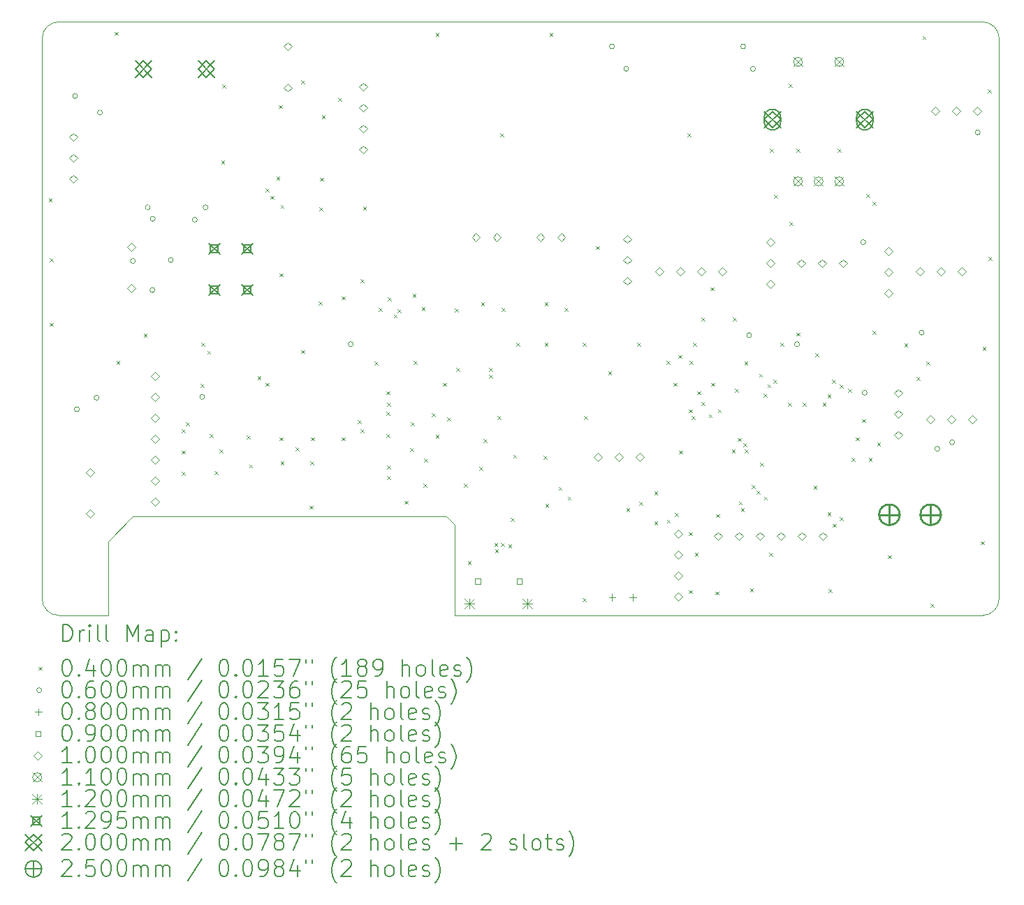
<source format=gbr>
%TF.GenerationSoftware,KiCad,Pcbnew,6.0.7-f9a2dced07~116~ubuntu20.04.1*%
%TF.CreationDate,2022-10-13T22:08:01-06:00*%
%TF.ProjectId,kelvin-kontroller,6b656c76-696e-42d6-9b6f-6e74726f6c6c,rev?*%
%TF.SameCoordinates,Original*%
%TF.FileFunction,Drillmap*%
%TF.FilePolarity,Positive*%
%FSLAX45Y45*%
G04 Gerber Fmt 4.5, Leading zero omitted, Abs format (unit mm)*
G04 Created by KiCad (PCBNEW 6.0.7-f9a2dced07~116~ubuntu20.04.1) date 2022-10-13 22:08:01*
%MOMM*%
%LPD*%
G01*
G04 APERTURE LIST*
%ADD10C,0.100000*%
%ADD11C,0.200000*%
%ADD12C,0.040000*%
%ADD13C,0.060000*%
%ADD14C,0.080000*%
%ADD15C,0.090000*%
%ADD16C,0.110000*%
%ADD17C,0.120000*%
%ADD18C,0.129540*%
%ADD19C,0.250000*%
G04 APERTURE END LIST*
D10*
X15000000Y-17200000D02*
X21400000Y-17200000D01*
X11100000Y-16000000D02*
X10800000Y-16300000D01*
X21600000Y-17000000D02*
X21600000Y-10200000D01*
X14900000Y-16000000D02*
X11100000Y-16000000D01*
X10000000Y-10200000D02*
X10000000Y-17000000D01*
X10000000Y-17000000D02*
G75*
G03*
X10200000Y-17200000I200000J0D01*
G01*
X15000000Y-16100000D02*
X14900000Y-16000000D01*
X10800000Y-17200000D02*
X10200000Y-17200000D01*
X15000000Y-17200000D02*
X15000000Y-16100000D01*
X10200000Y-10000000D02*
G75*
G03*
X10000000Y-10200000I0J-200000D01*
G01*
X21400000Y-10000000D02*
X10200000Y-10000000D01*
X21400000Y-17200000D02*
G75*
G03*
X21600000Y-17000000I0J200000D01*
G01*
X21600000Y-10200000D02*
G75*
G03*
X21400000Y-10000000I-200000J0D01*
G01*
X10800000Y-16300000D02*
X10800000Y-17200000D01*
D11*
D12*
X10080000Y-12140000D02*
X10120000Y-12180000D01*
X10120000Y-12140000D02*
X10080000Y-12180000D01*
X10090000Y-12870000D02*
X10130000Y-12910000D01*
X10130000Y-12870000D02*
X10090000Y-12910000D01*
X10090000Y-13650000D02*
X10130000Y-13690000D01*
X10130000Y-13650000D02*
X10090000Y-13690000D01*
X10880000Y-10120000D02*
X10920000Y-10160000D01*
X10920000Y-10120000D02*
X10880000Y-10160000D01*
X10900000Y-14110000D02*
X10940000Y-14150000D01*
X10940000Y-14110000D02*
X10900000Y-14150000D01*
X11230000Y-13780000D02*
X11270000Y-13820000D01*
X11270000Y-13780000D02*
X11230000Y-13820000D01*
X11690000Y-14940000D02*
X11730000Y-14980000D01*
X11730000Y-14940000D02*
X11690000Y-14980000D01*
X11690000Y-15200000D02*
X11730000Y-15240000D01*
X11730000Y-15200000D02*
X11690000Y-15240000D01*
X11690000Y-15460000D02*
X11730000Y-15500000D01*
X11730000Y-15460000D02*
X11690000Y-15500000D01*
X11740000Y-14860000D02*
X11780000Y-14900000D01*
X11780000Y-14860000D02*
X11740000Y-14900000D01*
X11920000Y-14390000D02*
X11960000Y-14430000D01*
X11960000Y-14390000D02*
X11920000Y-14430000D01*
X11930000Y-13890000D02*
X11970000Y-13930000D01*
X11970000Y-13890000D02*
X11930000Y-13930000D01*
X12000000Y-13990000D02*
X12040000Y-14030000D01*
X12040000Y-13990000D02*
X12000000Y-14030000D01*
X12030000Y-15000000D02*
X12070000Y-15040000D01*
X12070000Y-15000000D02*
X12030000Y-15040000D01*
X12090000Y-15450000D02*
X12130000Y-15490000D01*
X12130000Y-15450000D02*
X12090000Y-15490000D01*
X12150000Y-15190000D02*
X12190000Y-15230000D01*
X12190000Y-15190000D02*
X12150000Y-15230000D01*
X12170000Y-11680000D02*
X12210000Y-11720000D01*
X12210000Y-11680000D02*
X12170000Y-11720000D01*
X12180000Y-10760000D02*
X12220000Y-10800000D01*
X12220000Y-10760000D02*
X12180000Y-10800000D01*
X12480000Y-15020000D02*
X12520000Y-15060000D01*
X12520000Y-15020000D02*
X12480000Y-15060000D01*
X12510000Y-15370000D02*
X12550000Y-15410000D01*
X12550000Y-15370000D02*
X12510000Y-15410000D01*
X12610000Y-14300000D02*
X12650000Y-14340000D01*
X12650000Y-14300000D02*
X12610000Y-14340000D01*
X12710000Y-12020000D02*
X12750000Y-12060000D01*
X12750000Y-12020000D02*
X12710000Y-12060000D01*
X12710000Y-14380000D02*
X12750000Y-14420000D01*
X12750000Y-14380000D02*
X12710000Y-14420000D01*
X12770000Y-12110000D02*
X12810000Y-12150000D01*
X12810000Y-12110000D02*
X12770000Y-12150000D01*
X12840000Y-11880000D02*
X12880000Y-11920000D01*
X12880000Y-11880000D02*
X12840000Y-11920000D01*
X12870000Y-11010000D02*
X12910000Y-11050000D01*
X12910000Y-11010000D02*
X12870000Y-11050000D01*
X12880000Y-13050000D02*
X12920000Y-13090000D01*
X12920000Y-13050000D02*
X12880000Y-13090000D01*
X12880000Y-15040000D02*
X12920000Y-15080000D01*
X12920000Y-15040000D02*
X12880000Y-15080000D01*
X12890000Y-12220000D02*
X12930000Y-12260000D01*
X12930000Y-12220000D02*
X12890000Y-12260000D01*
X12890000Y-15330000D02*
X12930000Y-15370000D01*
X12930000Y-15330000D02*
X12890000Y-15370000D01*
X13070000Y-15160000D02*
X13110000Y-15200000D01*
X13110000Y-15160000D02*
X13070000Y-15200000D01*
X13140000Y-10710000D02*
X13180000Y-10750000D01*
X13180000Y-10710000D02*
X13140000Y-10750000D01*
X13140000Y-13980000D02*
X13180000Y-14020000D01*
X13180000Y-13980000D02*
X13140000Y-14020000D01*
X13240000Y-15870000D02*
X13280000Y-15910000D01*
X13280000Y-15870000D02*
X13240000Y-15910000D01*
X13250000Y-15330000D02*
X13290000Y-15370000D01*
X13290000Y-15330000D02*
X13250000Y-15370000D01*
X13260000Y-15040000D02*
X13300000Y-15080000D01*
X13300000Y-15040000D02*
X13260000Y-15080000D01*
X13350000Y-13390000D02*
X13390000Y-13430000D01*
X13390000Y-13390000D02*
X13350000Y-13430000D01*
X13360000Y-12250000D02*
X13400000Y-12290000D01*
X13400000Y-12250000D02*
X13360000Y-12290000D01*
X13370000Y-11890000D02*
X13410000Y-11930000D01*
X13410000Y-11890000D02*
X13370000Y-11930000D01*
X13390000Y-11130000D02*
X13430000Y-11170000D01*
X13430000Y-11130000D02*
X13390000Y-11170000D01*
X13590000Y-10920000D02*
X13630000Y-10960000D01*
X13630000Y-10920000D02*
X13590000Y-10960000D01*
X13630000Y-13330000D02*
X13670000Y-13370000D01*
X13670000Y-13330000D02*
X13630000Y-13370000D01*
X13630000Y-15040000D02*
X13670000Y-15080000D01*
X13670000Y-15040000D02*
X13630000Y-15080000D01*
X13827450Y-14830000D02*
X13867450Y-14870000D01*
X13867450Y-14830000D02*
X13827450Y-14870000D01*
X13860000Y-13120000D02*
X13900000Y-13160000D01*
X13900000Y-13120000D02*
X13860000Y-13160000D01*
X13860000Y-14940000D02*
X13900000Y-14980000D01*
X13900000Y-14940000D02*
X13860000Y-14980000D01*
X13890000Y-12240000D02*
X13930000Y-12280000D01*
X13930000Y-12240000D02*
X13890000Y-12280000D01*
X14030000Y-14120000D02*
X14070000Y-14160000D01*
X14070000Y-14120000D02*
X14030000Y-14160000D01*
X14079148Y-13470395D02*
X14119148Y-13510395D01*
X14119148Y-13470395D02*
X14079148Y-13510395D01*
X14170000Y-14480000D02*
X14210000Y-14520000D01*
X14210000Y-14480000D02*
X14170000Y-14520000D01*
X14170000Y-14730000D02*
X14210000Y-14770000D01*
X14210000Y-14730000D02*
X14170000Y-14770000D01*
X14170000Y-15000000D02*
X14210000Y-15040000D01*
X14210000Y-15000000D02*
X14170000Y-15040000D01*
X14180000Y-14620000D02*
X14220000Y-14660000D01*
X14220000Y-14620000D02*
X14180000Y-14660000D01*
X14180000Y-15380000D02*
X14220000Y-15420000D01*
X14220000Y-15380000D02*
X14180000Y-15420000D01*
X14180000Y-15510000D02*
X14220000Y-15550000D01*
X14220000Y-15510000D02*
X14180000Y-15550000D01*
X14190000Y-13340000D02*
X14230000Y-13380000D01*
X14230000Y-13340000D02*
X14190000Y-13380000D01*
X14262400Y-13549743D02*
X14302400Y-13589743D01*
X14302400Y-13549743D02*
X14262400Y-13589743D01*
X14307284Y-13483580D02*
X14347284Y-13523580D01*
X14347284Y-13483580D02*
X14307284Y-13523580D01*
X14390000Y-15810000D02*
X14430000Y-15850000D01*
X14430000Y-15810000D02*
X14390000Y-15850000D01*
X14460000Y-15170000D02*
X14500000Y-15210000D01*
X14500000Y-15170000D02*
X14460000Y-15210000D01*
X14470000Y-14860000D02*
X14510000Y-14900000D01*
X14510000Y-14860000D02*
X14470000Y-14900000D01*
X14490000Y-13300000D02*
X14530000Y-13340000D01*
X14530000Y-13300000D02*
X14490000Y-13340000D01*
X14500000Y-14110000D02*
X14540000Y-14150000D01*
X14540000Y-14110000D02*
X14500000Y-14150000D01*
X14600000Y-13460000D02*
X14640000Y-13500000D01*
X14640000Y-13460000D02*
X14600000Y-13500000D01*
X14620000Y-15600000D02*
X14660000Y-15640000D01*
X14660000Y-15600000D02*
X14620000Y-15640000D01*
X14630000Y-15300000D02*
X14670000Y-15340000D01*
X14670000Y-15300000D02*
X14630000Y-15340000D01*
X14720000Y-14750000D02*
X14760000Y-14790000D01*
X14760000Y-14750000D02*
X14720000Y-14790000D01*
X14770000Y-10130000D02*
X14810000Y-10170000D01*
X14810000Y-10130000D02*
X14770000Y-10170000D01*
X14770000Y-15010000D02*
X14810000Y-15050000D01*
X14810000Y-15010000D02*
X14770000Y-15050000D01*
X14860000Y-14380000D02*
X14900000Y-14420000D01*
X14900000Y-14380000D02*
X14860000Y-14420000D01*
X14910000Y-14800000D02*
X14950000Y-14840000D01*
X14950000Y-14800000D02*
X14910000Y-14840000D01*
X15000000Y-13480000D02*
X15040000Y-13520000D01*
X15040000Y-13480000D02*
X15000000Y-13520000D01*
X15020000Y-14200000D02*
X15060000Y-14240000D01*
X15060000Y-14200000D02*
X15020000Y-14240000D01*
X15110000Y-15600000D02*
X15150000Y-15640000D01*
X15150000Y-15600000D02*
X15110000Y-15640000D01*
X15160000Y-16540000D02*
X15200000Y-16580000D01*
X15200000Y-16540000D02*
X15160000Y-16580000D01*
X15300000Y-15400000D02*
X15340000Y-15440000D01*
X15340000Y-15400000D02*
X15300000Y-15440000D01*
X15320000Y-13400000D02*
X15360000Y-13440000D01*
X15360000Y-13400000D02*
X15320000Y-13440000D01*
X15350000Y-15060000D02*
X15390000Y-15100000D01*
X15390000Y-15060000D02*
X15350000Y-15100000D01*
X15420000Y-14200000D02*
X15460000Y-14240000D01*
X15460000Y-14200000D02*
X15420000Y-14240000D01*
X15420050Y-14280000D02*
X15460050Y-14320000D01*
X15460050Y-14280000D02*
X15420050Y-14320000D01*
X15480000Y-16321000D02*
X15520000Y-16361000D01*
X15520000Y-16321000D02*
X15480000Y-16361000D01*
X15490000Y-16401000D02*
X15530000Y-16441000D01*
X15530000Y-16401000D02*
X15490000Y-16441000D01*
X15520000Y-14780000D02*
X15560000Y-14820000D01*
X15560000Y-14780000D02*
X15520000Y-14820000D01*
X15550000Y-11350000D02*
X15590000Y-11390000D01*
X15590000Y-11350000D02*
X15550000Y-11390000D01*
X15560000Y-16321000D02*
X15600000Y-16361000D01*
X15600000Y-16321000D02*
X15560000Y-16361000D01*
X15570000Y-13470000D02*
X15610000Y-13510000D01*
X15610000Y-13470000D02*
X15570000Y-13510000D01*
X15650000Y-16341000D02*
X15690000Y-16381000D01*
X15690000Y-16341000D02*
X15650000Y-16381000D01*
X15680000Y-16020000D02*
X15720000Y-16060000D01*
X15720000Y-16020000D02*
X15680000Y-16060000D01*
X15710000Y-15250000D02*
X15750000Y-15290000D01*
X15750000Y-15250000D02*
X15710000Y-15290000D01*
X15750000Y-13890000D02*
X15790000Y-13930000D01*
X15790000Y-13890000D02*
X15750000Y-13930000D01*
X16075050Y-15262130D02*
X16115050Y-15302130D01*
X16115050Y-15262130D02*
X16075050Y-15302130D01*
X16090000Y-13400000D02*
X16130000Y-13440000D01*
X16130000Y-13400000D02*
X16090000Y-13440000D01*
X16090000Y-13890000D02*
X16130000Y-13930000D01*
X16130000Y-13890000D02*
X16090000Y-13930000D01*
X16100000Y-15850000D02*
X16140000Y-15890000D01*
X16140000Y-15850000D02*
X16100000Y-15890000D01*
X16150000Y-10130000D02*
X16190000Y-10170000D01*
X16190000Y-10130000D02*
X16150000Y-10170000D01*
X16260000Y-15640000D02*
X16300000Y-15680000D01*
X16300000Y-15640000D02*
X16260000Y-15680000D01*
X16330000Y-13470000D02*
X16370000Y-13510000D01*
X16370000Y-13470000D02*
X16330000Y-13510000D01*
X16370000Y-15760000D02*
X16410000Y-15800000D01*
X16410000Y-15760000D02*
X16370000Y-15800000D01*
X16550000Y-13890000D02*
X16590000Y-13930000D01*
X16590000Y-13890000D02*
X16550000Y-13930000D01*
X16550000Y-16990000D02*
X16590000Y-17030000D01*
X16590000Y-16990000D02*
X16550000Y-17030000D01*
X16570000Y-14780000D02*
X16610000Y-14820000D01*
X16610000Y-14780000D02*
X16570000Y-14820000D01*
X16710000Y-12720000D02*
X16750000Y-12760000D01*
X16750000Y-12720000D02*
X16710000Y-12760000D01*
X16860000Y-14240000D02*
X16900000Y-14280000D01*
X16900000Y-14240000D02*
X16860000Y-14280000D01*
X17080000Y-15900000D02*
X17120000Y-15940000D01*
X17120000Y-15900000D02*
X17080000Y-15940000D01*
X17210000Y-13890000D02*
X17250000Y-13930000D01*
X17250000Y-13890000D02*
X17210000Y-13930000D01*
X17240000Y-15820000D02*
X17280000Y-15860000D01*
X17280000Y-15820000D02*
X17240000Y-15860000D01*
X17420000Y-15697450D02*
X17460000Y-15737450D01*
X17460000Y-15697450D02*
X17420000Y-15737450D01*
X17420000Y-16060000D02*
X17460000Y-16100000D01*
X17460000Y-16060000D02*
X17420000Y-16100000D01*
X17570000Y-14110000D02*
X17610000Y-14150000D01*
X17610000Y-14110000D02*
X17570000Y-14150000D01*
X17572500Y-16037500D02*
X17612500Y-16077500D01*
X17612500Y-16037500D02*
X17572500Y-16077500D01*
X17650000Y-14380000D02*
X17690000Y-14420000D01*
X17690000Y-14380000D02*
X17650000Y-14420000D01*
X17670000Y-15960000D02*
X17710000Y-16000000D01*
X17710000Y-15960000D02*
X17670000Y-16000000D01*
X17710000Y-14040000D02*
X17750000Y-14080000D01*
X17750000Y-14040000D02*
X17710000Y-14080000D01*
X17720000Y-15200000D02*
X17760000Y-15240000D01*
X17760000Y-15200000D02*
X17720000Y-15240000D01*
X17820000Y-11350000D02*
X17860000Y-11390000D01*
X17860000Y-11350000D02*
X17820000Y-11390000D01*
X17840000Y-14700000D02*
X17880000Y-14740000D01*
X17880000Y-14700000D02*
X17840000Y-14740000D01*
X17840000Y-16190000D02*
X17880000Y-16230000D01*
X17880000Y-16190000D02*
X17840000Y-16230000D01*
X17840000Y-16892550D02*
X17880000Y-16932550D01*
X17880000Y-16892550D02*
X17840000Y-16932550D01*
X17850000Y-14110000D02*
X17890000Y-14150000D01*
X17890000Y-14110000D02*
X17850000Y-14150000D01*
X17875100Y-14780000D02*
X17915100Y-14820000D01*
X17915100Y-14780000D02*
X17875100Y-14820000D01*
X17890000Y-13890000D02*
X17930000Y-13930000D01*
X17930000Y-13890000D02*
X17890000Y-13930000D01*
X17910000Y-16440000D02*
X17950000Y-16480000D01*
X17950000Y-16440000D02*
X17910000Y-16480000D01*
X17940000Y-14480000D02*
X17980000Y-14520000D01*
X17980000Y-14480000D02*
X17940000Y-14520000D01*
X17990000Y-13590000D02*
X18030000Y-13630000D01*
X18030000Y-13590000D02*
X17990000Y-13630000D01*
X17990000Y-14610000D02*
X18030000Y-14650000D01*
X18030000Y-14610000D02*
X17990000Y-14650000D01*
X18080000Y-14760000D02*
X18120000Y-14800000D01*
X18120000Y-14760000D02*
X18080000Y-14800000D01*
X18100000Y-13220000D02*
X18140000Y-13260000D01*
X18140000Y-13220000D02*
X18100000Y-13260000D01*
X18110000Y-14380000D02*
X18150000Y-14420000D01*
X18150000Y-14380000D02*
X18110000Y-14420000D01*
X18160000Y-16910000D02*
X18200000Y-16950000D01*
X18200000Y-16910000D02*
X18160000Y-16950000D01*
X18170000Y-15970000D02*
X18210000Y-16010000D01*
X18210000Y-15970000D02*
X18170000Y-16010000D01*
X18190000Y-14700000D02*
X18230000Y-14740000D01*
X18230000Y-14700000D02*
X18190000Y-14740000D01*
X18360000Y-15190000D02*
X18400000Y-15230000D01*
X18400000Y-15190000D02*
X18360000Y-15230000D01*
X18370000Y-13590000D02*
X18410000Y-13630000D01*
X18410000Y-13590000D02*
X18370000Y-13630000D01*
X18397550Y-14450000D02*
X18437550Y-14490000D01*
X18437550Y-14450000D02*
X18397550Y-14490000D01*
X18428581Y-15048817D02*
X18468581Y-15088817D01*
X18468581Y-15048817D02*
X18428581Y-15088817D01*
X18443254Y-15817450D02*
X18483254Y-15857450D01*
X18483254Y-15817450D02*
X18443254Y-15857450D01*
X18470000Y-15900000D02*
X18510000Y-15940000D01*
X18510000Y-15900000D02*
X18470000Y-15940000D01*
X18500000Y-15110000D02*
X18540000Y-15150000D01*
X18540000Y-15110000D02*
X18500000Y-15150000D01*
X18512450Y-14120000D02*
X18552450Y-14160000D01*
X18552450Y-14120000D02*
X18512450Y-14160000D01*
X18516996Y-15188123D02*
X18556996Y-15228123D01*
X18556996Y-15188123D02*
X18516996Y-15228123D01*
X18580000Y-16870000D02*
X18620000Y-16910000D01*
X18620000Y-16870000D02*
X18580000Y-16910000D01*
X18600000Y-15620000D02*
X18640000Y-15660000D01*
X18640000Y-15620000D02*
X18600000Y-15660000D01*
X18660000Y-15690000D02*
X18700000Y-15730000D01*
X18700000Y-15690000D02*
X18660000Y-15730000D01*
X18690000Y-14270000D02*
X18730000Y-14310000D01*
X18730000Y-14270000D02*
X18690000Y-14310000D01*
X18700000Y-15350000D02*
X18740000Y-15390000D01*
X18740000Y-15350000D02*
X18700000Y-15390000D01*
X18747550Y-14509719D02*
X18787550Y-14549719D01*
X18787550Y-14509719D02*
X18747550Y-14549719D01*
X18750000Y-15760000D02*
X18790000Y-15800000D01*
X18790000Y-15760000D02*
X18750000Y-15800000D01*
X18790532Y-14395496D02*
X18830532Y-14435496D01*
X18830532Y-14395496D02*
X18790532Y-14435496D01*
X18810000Y-16440000D02*
X18850000Y-16480000D01*
X18850000Y-16440000D02*
X18810000Y-16480000D01*
X18820000Y-11540000D02*
X18860000Y-11580000D01*
X18860000Y-11540000D02*
X18820000Y-11580000D01*
X18861336Y-14342550D02*
X18901336Y-14382550D01*
X18901336Y-14342550D02*
X18861336Y-14382550D01*
X18870000Y-12100000D02*
X18910000Y-12140000D01*
X18910000Y-12100000D02*
X18870000Y-12140000D01*
X18950000Y-13890000D02*
X18990000Y-13930000D01*
X18990000Y-13890000D02*
X18950000Y-13930000D01*
X19040000Y-14620000D02*
X19080000Y-14660000D01*
X19080000Y-14620000D02*
X19040000Y-14660000D01*
X19050000Y-10750000D02*
X19090000Y-10790000D01*
X19090000Y-10750000D02*
X19050000Y-10790000D01*
X19060000Y-12430000D02*
X19100000Y-12470000D01*
X19100000Y-12430000D02*
X19060000Y-12470000D01*
X19140000Y-11540000D02*
X19180000Y-11580000D01*
X19180000Y-11540000D02*
X19140000Y-11580000D01*
X19140000Y-13770000D02*
X19180000Y-13810000D01*
X19180000Y-13770000D02*
X19140000Y-13810000D01*
X19220000Y-14620000D02*
X19260000Y-14660000D01*
X19260000Y-14620000D02*
X19220000Y-14660000D01*
X19350000Y-15630000D02*
X19390000Y-15670000D01*
X19390000Y-15630000D02*
X19350000Y-15670000D01*
X19370000Y-14020000D02*
X19410000Y-14060000D01*
X19410000Y-14020000D02*
X19370000Y-14060000D01*
X19460000Y-14620000D02*
X19500000Y-14660000D01*
X19500000Y-14620000D02*
X19460000Y-14660000D01*
X19520000Y-14520000D02*
X19560000Y-14560000D01*
X19560000Y-14520000D02*
X19520000Y-14560000D01*
X19520000Y-15950000D02*
X19560000Y-15990000D01*
X19560000Y-15950000D02*
X19520000Y-15990000D01*
X19530000Y-16880000D02*
X19570000Y-16920000D01*
X19570000Y-16880000D02*
X19530000Y-16920000D01*
X19571439Y-14342550D02*
X19611439Y-14382550D01*
X19611439Y-14342550D02*
X19571439Y-14382550D01*
X19580000Y-16090000D02*
X19620000Y-16130000D01*
X19620000Y-16090000D02*
X19580000Y-16130000D01*
X19640000Y-11540000D02*
X19680000Y-11580000D01*
X19680000Y-11540000D02*
X19640000Y-11580000D01*
X19670000Y-14400000D02*
X19710000Y-14440000D01*
X19710000Y-14400000D02*
X19670000Y-14440000D01*
X19670000Y-16010000D02*
X19710000Y-16050000D01*
X19710000Y-16010000D02*
X19670000Y-16050000D01*
X19770000Y-14450000D02*
X19810000Y-14490000D01*
X19810000Y-14450000D02*
X19770000Y-14490000D01*
X19810000Y-15290000D02*
X19850000Y-15330000D01*
X19850000Y-15290000D02*
X19810000Y-15330000D01*
X19862190Y-15040050D02*
X19902190Y-15080050D01*
X19902190Y-15040050D02*
X19862190Y-15080050D01*
X19940000Y-14820000D02*
X19980000Y-14860000D01*
X19980000Y-14820000D02*
X19940000Y-14860000D01*
X19990000Y-12090000D02*
X20030000Y-12130000D01*
X20030000Y-12090000D02*
X19990000Y-12130000D01*
X20020000Y-15290000D02*
X20060000Y-15330000D01*
X20060000Y-15290000D02*
X20020000Y-15330000D01*
X20065050Y-12184950D02*
X20105050Y-12224950D01*
X20105050Y-12184950D02*
X20065050Y-12224950D01*
X20065050Y-13750000D02*
X20105050Y-13790000D01*
X20105050Y-13750000D02*
X20065050Y-13790000D01*
X20120000Y-15100000D02*
X20160000Y-15140000D01*
X20160000Y-15100000D02*
X20120000Y-15140000D01*
X20250000Y-16470000D02*
X20290000Y-16510000D01*
X20290000Y-16470000D02*
X20250000Y-16510000D01*
X20450000Y-13900000D02*
X20490000Y-13940000D01*
X20490000Y-13900000D02*
X20450000Y-13940000D01*
X20600000Y-14310000D02*
X20640000Y-14350000D01*
X20640000Y-14310000D02*
X20600000Y-14350000D01*
X20670000Y-10170000D02*
X20710000Y-10210000D01*
X20710000Y-10170000D02*
X20670000Y-10210000D01*
X20720000Y-14120000D02*
X20760000Y-14160000D01*
X20760000Y-14120000D02*
X20720000Y-14160000D01*
X20770000Y-17060000D02*
X20810000Y-17100000D01*
X20810000Y-17060000D02*
X20770000Y-17100000D01*
X21380000Y-16300000D02*
X21420000Y-16340000D01*
X21420000Y-16300000D02*
X21380000Y-16340000D01*
X21400000Y-13940000D02*
X21440000Y-13980000D01*
X21440000Y-13940000D02*
X21400000Y-13980000D01*
X21460000Y-10820000D02*
X21500000Y-10860000D01*
X21500000Y-10820000D02*
X21460000Y-10860000D01*
X21470000Y-12850000D02*
X21510000Y-12890000D01*
X21510000Y-12850000D02*
X21470000Y-12890000D01*
D13*
X10430000Y-10900000D02*
G75*
G03*
X10430000Y-10900000I-30000J0D01*
G01*
X10450000Y-14700000D02*
G75*
G03*
X10450000Y-14700000I-30000J0D01*
G01*
X10690000Y-14560000D02*
G75*
G03*
X10690000Y-14560000I-30000J0D01*
G01*
X10730000Y-11100000D02*
G75*
G03*
X10730000Y-11100000I-30000J0D01*
G01*
X11130000Y-12900000D02*
G75*
G03*
X11130000Y-12900000I-30000J0D01*
G01*
X11310000Y-12250000D02*
G75*
G03*
X11310000Y-12250000I-30000J0D01*
G01*
X11366670Y-13253330D02*
G75*
G03*
X11366670Y-13253330I-30000J0D01*
G01*
X11370000Y-12390000D02*
G75*
G03*
X11370000Y-12390000I-30000J0D01*
G01*
X11590000Y-12890000D02*
G75*
G03*
X11590000Y-12890000I-30000J0D01*
G01*
X11880000Y-12400000D02*
G75*
G03*
X11880000Y-12400000I-30000J0D01*
G01*
X11970000Y-14550000D02*
G75*
G03*
X11970000Y-14550000I-30000J0D01*
G01*
X12010000Y-12250000D02*
G75*
G03*
X12010000Y-12250000I-30000J0D01*
G01*
X13770000Y-13910000D02*
G75*
G03*
X13770000Y-13910000I-30000J0D01*
G01*
X16936768Y-10296768D02*
G75*
G03*
X16936768Y-10296768I-30000J0D01*
G01*
X17110000Y-10570000D02*
G75*
G03*
X17110000Y-10570000I-30000J0D01*
G01*
X18526768Y-10296768D02*
G75*
G03*
X18526768Y-10296768I-30000J0D01*
G01*
X18600000Y-13800000D02*
G75*
G03*
X18600000Y-13800000I-30000J0D01*
G01*
X18646718Y-10570000D02*
G75*
G03*
X18646718Y-10570000I-30000J0D01*
G01*
X19180000Y-13910000D02*
G75*
G03*
X19180000Y-13910000I-30000J0D01*
G01*
X19982000Y-12672000D02*
G75*
G03*
X19982000Y-12672000I-30000J0D01*
G01*
X20000000Y-14500000D02*
G75*
G03*
X20000000Y-14500000I-30000J0D01*
G01*
X20690000Y-13770000D02*
G75*
G03*
X20690000Y-13770000I-30000J0D01*
G01*
X20880000Y-15180000D02*
G75*
G03*
X20880000Y-15180000I-30000J0D01*
G01*
X21060000Y-15100000D02*
G75*
G03*
X21060000Y-15100000I-30000J0D01*
G01*
X21370000Y-11340000D02*
G75*
G03*
X21370000Y-11340000I-30000J0D01*
G01*
D14*
X16910000Y-16940000D02*
X16910000Y-17020000D01*
X16870000Y-16980000D02*
X16950000Y-16980000D01*
X17160000Y-16940000D02*
X17160000Y-17020000D01*
X17120000Y-16980000D02*
X17200000Y-16980000D01*
D15*
X15314320Y-16817820D02*
X15314320Y-16754180D01*
X15250680Y-16754180D01*
X15250680Y-16817820D01*
X15314320Y-16817820D01*
X15814320Y-16817820D02*
X15814320Y-16754180D01*
X15750680Y-16754180D01*
X15750680Y-16817820D01*
X15814320Y-16817820D01*
D10*
X10381000Y-11447500D02*
X10431000Y-11397500D01*
X10381000Y-11347500D01*
X10331000Y-11397500D01*
X10381000Y-11447500D01*
X10381000Y-11701500D02*
X10431000Y-11651500D01*
X10381000Y-11601500D01*
X10331000Y-11651500D01*
X10381000Y-11701500D01*
X10381000Y-11955500D02*
X10431000Y-11905500D01*
X10381000Y-11855500D01*
X10331000Y-11905500D01*
X10381000Y-11955500D01*
X10580000Y-15513232D02*
X10630000Y-15463232D01*
X10580000Y-15413232D01*
X10530000Y-15463232D01*
X10580000Y-15513232D01*
X10580000Y-16013232D02*
X10630000Y-15963232D01*
X10580000Y-15913232D01*
X10530000Y-15963232D01*
X10580000Y-16013232D01*
X11080000Y-12780000D02*
X11130000Y-12730000D01*
X11080000Y-12680000D01*
X11030000Y-12730000D01*
X11080000Y-12780000D01*
X11080000Y-13280000D02*
X11130000Y-13230000D01*
X11080000Y-13180000D01*
X11030000Y-13230000D01*
X11080000Y-13280000D01*
X11370000Y-14347500D02*
X11420000Y-14297500D01*
X11370000Y-14247500D01*
X11320000Y-14297500D01*
X11370000Y-14347500D01*
X11370000Y-14601500D02*
X11420000Y-14551500D01*
X11370000Y-14501500D01*
X11320000Y-14551500D01*
X11370000Y-14601500D01*
X11370000Y-14855500D02*
X11420000Y-14805500D01*
X11370000Y-14755500D01*
X11320000Y-14805500D01*
X11370000Y-14855500D01*
X11370000Y-15109500D02*
X11420000Y-15059500D01*
X11370000Y-15009500D01*
X11320000Y-15059500D01*
X11370000Y-15109500D01*
X11370000Y-15363500D02*
X11420000Y-15313500D01*
X11370000Y-15263500D01*
X11320000Y-15313500D01*
X11370000Y-15363500D01*
X11370000Y-15617500D02*
X11420000Y-15567500D01*
X11370000Y-15517500D01*
X11320000Y-15567500D01*
X11370000Y-15617500D01*
X11370000Y-15871500D02*
X11420000Y-15821500D01*
X11370000Y-15771500D01*
X11320000Y-15821500D01*
X11370000Y-15871500D01*
X12980000Y-10346768D02*
X13030000Y-10296768D01*
X12980000Y-10246768D01*
X12930000Y-10296768D01*
X12980000Y-10346768D01*
X12980000Y-10846768D02*
X13030000Y-10796768D01*
X12980000Y-10746768D01*
X12930000Y-10796768D01*
X12980000Y-10846768D01*
X13892000Y-10838000D02*
X13942000Y-10788000D01*
X13892000Y-10738000D01*
X13842000Y-10788000D01*
X13892000Y-10838000D01*
X13892000Y-11092000D02*
X13942000Y-11042000D01*
X13892000Y-10992000D01*
X13842000Y-11042000D01*
X13892000Y-11092000D01*
X13892000Y-11346000D02*
X13942000Y-11296000D01*
X13892000Y-11246000D01*
X13842000Y-11296000D01*
X13892000Y-11346000D01*
X13892000Y-11600000D02*
X13942000Y-11550000D01*
X13892000Y-11500000D01*
X13842000Y-11550000D01*
X13892000Y-11600000D01*
X15258714Y-12660000D02*
X15308714Y-12610000D01*
X15258714Y-12560000D01*
X15208714Y-12610000D01*
X15258714Y-12660000D01*
X15512714Y-12660000D02*
X15562714Y-12610000D01*
X15512714Y-12560000D01*
X15462714Y-12610000D01*
X15512714Y-12660000D01*
X16038714Y-12660000D02*
X16088714Y-12610000D01*
X16038714Y-12560000D01*
X15988714Y-12610000D01*
X16038714Y-12660000D01*
X16292714Y-12660000D02*
X16342714Y-12610000D01*
X16292714Y-12560000D01*
X16242714Y-12610000D01*
X16292714Y-12660000D01*
X16737500Y-15329000D02*
X16787500Y-15279000D01*
X16737500Y-15229000D01*
X16687500Y-15279000D01*
X16737500Y-15329000D01*
X16991500Y-15329000D02*
X17041500Y-15279000D01*
X16991500Y-15229000D01*
X16941500Y-15279000D01*
X16991500Y-15329000D01*
X17095436Y-12684500D02*
X17145436Y-12634500D01*
X17095436Y-12584500D01*
X17045436Y-12634500D01*
X17095436Y-12684500D01*
X17095436Y-12938500D02*
X17145436Y-12888500D01*
X17095436Y-12838500D01*
X17045436Y-12888500D01*
X17095436Y-12938500D01*
X17095436Y-13192500D02*
X17145436Y-13142500D01*
X17095436Y-13092500D01*
X17045436Y-13142500D01*
X17095436Y-13192500D01*
X17245500Y-15329000D02*
X17295500Y-15279000D01*
X17245500Y-15229000D01*
X17195500Y-15279000D01*
X17245500Y-15329000D01*
X17480500Y-13079000D02*
X17530500Y-13029000D01*
X17480500Y-12979000D01*
X17430500Y-13029000D01*
X17480500Y-13079000D01*
X17710000Y-16258000D02*
X17760000Y-16208000D01*
X17710000Y-16158000D01*
X17660000Y-16208000D01*
X17710000Y-16258000D01*
X17710000Y-16512000D02*
X17760000Y-16462000D01*
X17710000Y-16412000D01*
X17660000Y-16462000D01*
X17710000Y-16512000D01*
X17710000Y-16766000D02*
X17760000Y-16716000D01*
X17710000Y-16666000D01*
X17660000Y-16716000D01*
X17710000Y-16766000D01*
X17710000Y-17020000D02*
X17760000Y-16970000D01*
X17710000Y-16920000D01*
X17660000Y-16970000D01*
X17710000Y-17020000D01*
X17734500Y-13079000D02*
X17784500Y-13029000D01*
X17734500Y-12979000D01*
X17684500Y-13029000D01*
X17734500Y-13079000D01*
X17988500Y-13079000D02*
X18038500Y-13029000D01*
X17988500Y-12979000D01*
X17938500Y-13029000D01*
X17988500Y-13079000D01*
X18195000Y-16290000D02*
X18245000Y-16240000D01*
X18195000Y-16190000D01*
X18145000Y-16240000D01*
X18195000Y-16290000D01*
X18242500Y-13079000D02*
X18292500Y-13029000D01*
X18242500Y-12979000D01*
X18192500Y-13029000D01*
X18242500Y-13079000D01*
X18449000Y-16290000D02*
X18499000Y-16240000D01*
X18449000Y-16190000D01*
X18399000Y-16240000D01*
X18449000Y-16290000D01*
X18703000Y-16290000D02*
X18753000Y-16240000D01*
X18703000Y-16190000D01*
X18653000Y-16240000D01*
X18703000Y-16290000D01*
X18830000Y-12722000D02*
X18880000Y-12672000D01*
X18830000Y-12622000D01*
X18780000Y-12672000D01*
X18830000Y-12722000D01*
X18830000Y-12976000D02*
X18880000Y-12926000D01*
X18830000Y-12876000D01*
X18780000Y-12926000D01*
X18830000Y-12976000D01*
X18830000Y-13230000D02*
X18880000Y-13180000D01*
X18830000Y-13130000D01*
X18780000Y-13180000D01*
X18830000Y-13230000D01*
X18957000Y-16290000D02*
X19007000Y-16240000D01*
X18957000Y-16190000D01*
X18907000Y-16240000D01*
X18957000Y-16290000D01*
X19202000Y-12980000D02*
X19252000Y-12930000D01*
X19202000Y-12880000D01*
X19152000Y-12930000D01*
X19202000Y-12980000D01*
X19211000Y-16290000D02*
X19261000Y-16240000D01*
X19211000Y-16190000D01*
X19161000Y-16240000D01*
X19211000Y-16290000D01*
X19456000Y-12980000D02*
X19506000Y-12930000D01*
X19456000Y-12880000D01*
X19406000Y-12930000D01*
X19456000Y-12980000D01*
X19465000Y-16290000D02*
X19515000Y-16240000D01*
X19465000Y-16190000D01*
X19415000Y-16240000D01*
X19465000Y-16290000D01*
X19710000Y-12980000D02*
X19760000Y-12930000D01*
X19710000Y-12880000D01*
X19660000Y-12930000D01*
X19710000Y-12980000D01*
X20260000Y-12832000D02*
X20310000Y-12782000D01*
X20260000Y-12732000D01*
X20210000Y-12782000D01*
X20260000Y-12832000D01*
X20260000Y-13086000D02*
X20310000Y-13036000D01*
X20260000Y-12986000D01*
X20210000Y-13036000D01*
X20260000Y-13086000D01*
X20260000Y-13340000D02*
X20310000Y-13290000D01*
X20260000Y-13240000D01*
X20210000Y-13290000D01*
X20260000Y-13340000D01*
X20380000Y-14554500D02*
X20430000Y-14504500D01*
X20380000Y-14454500D01*
X20330000Y-14504500D01*
X20380000Y-14554500D01*
X20380000Y-14808500D02*
X20430000Y-14758500D01*
X20380000Y-14708500D01*
X20330000Y-14758500D01*
X20380000Y-14808500D01*
X20380000Y-15062500D02*
X20430000Y-15012500D01*
X20380000Y-14962500D01*
X20330000Y-15012500D01*
X20380000Y-15062500D01*
X20642000Y-13080000D02*
X20692000Y-13030000D01*
X20642000Y-12980000D01*
X20592000Y-13030000D01*
X20642000Y-13080000D01*
X20764500Y-14871000D02*
X20814500Y-14821000D01*
X20764500Y-14771000D01*
X20714500Y-14821000D01*
X20764500Y-14871000D01*
X20827500Y-11129000D02*
X20877500Y-11079000D01*
X20827500Y-11029000D01*
X20777500Y-11079000D01*
X20827500Y-11129000D01*
X20896000Y-13080000D02*
X20946000Y-13030000D01*
X20896000Y-12980000D01*
X20846000Y-13030000D01*
X20896000Y-13080000D01*
X21018500Y-14871000D02*
X21068500Y-14821000D01*
X21018500Y-14771000D01*
X20968500Y-14821000D01*
X21018500Y-14871000D01*
X21081500Y-11129000D02*
X21131500Y-11079000D01*
X21081500Y-11029000D01*
X21031500Y-11079000D01*
X21081500Y-11129000D01*
X21150000Y-13080000D02*
X21200000Y-13030000D01*
X21150000Y-12980000D01*
X21100000Y-13030000D01*
X21150000Y-13080000D01*
X21272500Y-14871000D02*
X21322500Y-14821000D01*
X21272500Y-14771000D01*
X21222500Y-14821000D01*
X21272500Y-14871000D01*
X21335500Y-11129000D02*
X21385500Y-11079000D01*
X21335500Y-11029000D01*
X21285500Y-11079000D01*
X21335500Y-11129000D01*
D16*
X19107000Y-10430000D02*
X19217000Y-10540000D01*
X19217000Y-10430000D02*
X19107000Y-10540000D01*
X19217000Y-10485000D02*
G75*
G03*
X19217000Y-10485000I-55000J0D01*
G01*
X19107000Y-11880000D02*
X19217000Y-11990000D01*
X19217000Y-11880000D02*
X19107000Y-11990000D01*
X19217000Y-11935000D02*
G75*
G03*
X19217000Y-11935000I-55000J0D01*
G01*
X19357000Y-11880000D02*
X19467000Y-11990000D01*
X19467000Y-11880000D02*
X19357000Y-11990000D01*
X19467000Y-11935000D02*
G75*
G03*
X19467000Y-11935000I-55000J0D01*
G01*
X19607000Y-10430000D02*
X19717000Y-10540000D01*
X19717000Y-10430000D02*
X19607000Y-10540000D01*
X19717000Y-10485000D02*
G75*
G03*
X19717000Y-10485000I-55000J0D01*
G01*
X19607000Y-11880000D02*
X19717000Y-11990000D01*
X19717000Y-11880000D02*
X19607000Y-11990000D01*
X19717000Y-11935000D02*
G75*
G03*
X19717000Y-11935000I-55000J0D01*
G01*
D17*
X15122500Y-16996000D02*
X15242500Y-17116000D01*
X15242500Y-16996000D02*
X15122500Y-17116000D01*
X15182500Y-16996000D02*
X15182500Y-17116000D01*
X15122500Y-17056000D02*
X15242500Y-17056000D01*
X15822500Y-16996000D02*
X15942500Y-17116000D01*
X15942500Y-16996000D02*
X15822500Y-17116000D01*
X15882500Y-16996000D02*
X15882500Y-17116000D01*
X15822500Y-17056000D02*
X15942500Y-17056000D01*
D18*
X12022700Y-12688180D02*
X12152240Y-12817720D01*
X12152240Y-12688180D02*
X12022700Y-12817720D01*
X12133270Y-12798750D02*
X12133270Y-12707150D01*
X12041670Y-12707150D01*
X12041670Y-12798750D01*
X12133270Y-12798750D01*
X12022700Y-13188560D02*
X12152240Y-13318100D01*
X12152240Y-13188560D02*
X12022700Y-13318100D01*
X12133270Y-13299130D02*
X12133270Y-13207530D01*
X12041670Y-13207530D01*
X12041670Y-13299130D01*
X12133270Y-13299130D01*
X12421480Y-12688180D02*
X12551020Y-12817720D01*
X12551020Y-12688180D02*
X12421480Y-12817720D01*
X12532050Y-12798750D02*
X12532050Y-12707150D01*
X12440450Y-12707150D01*
X12440450Y-12798750D01*
X12532050Y-12798750D01*
X12421480Y-13188560D02*
X12551020Y-13318100D01*
X12551020Y-13188560D02*
X12421480Y-13318100D01*
X12532050Y-13299130D02*
X12532050Y-13207530D01*
X12440450Y-13207530D01*
X12440450Y-13299130D01*
X12532050Y-13299130D01*
D11*
X11129000Y-10470000D02*
X11329000Y-10670000D01*
X11329000Y-10470000D02*
X11129000Y-10670000D01*
X11229000Y-10670000D02*
X11329000Y-10570000D01*
X11229000Y-10470000D01*
X11129000Y-10570000D01*
X11229000Y-10670000D01*
X11891000Y-10470000D02*
X12091000Y-10670000D01*
X12091000Y-10470000D02*
X11891000Y-10670000D01*
X11991000Y-10670000D02*
X12091000Y-10570000D01*
X11991000Y-10470000D01*
X11891000Y-10570000D01*
X11991000Y-10670000D01*
X18752000Y-11085000D02*
X18952000Y-11285000D01*
X18952000Y-11085000D02*
X18752000Y-11285000D01*
X18852000Y-11285000D02*
X18952000Y-11185000D01*
X18852000Y-11085000D01*
X18752000Y-11185000D01*
X18852000Y-11285000D01*
X18752000Y-11160000D02*
X18752000Y-11210000D01*
X18952000Y-11160000D02*
X18952000Y-11210000D01*
X18752000Y-11210000D02*
G75*
G03*
X18952000Y-11210000I100000J0D01*
G01*
X18952000Y-11160000D02*
G75*
G03*
X18752000Y-11160000I-100000J0D01*
G01*
X19872000Y-11085000D02*
X20072000Y-11285000D01*
X20072000Y-11085000D02*
X19872000Y-11285000D01*
X19972000Y-11285000D02*
X20072000Y-11185000D01*
X19972000Y-11085000D01*
X19872000Y-11185000D01*
X19972000Y-11285000D01*
X19872000Y-11160000D02*
X19872000Y-11210000D01*
X20072000Y-11160000D02*
X20072000Y-11210000D01*
X19872000Y-11210000D02*
G75*
G03*
X20072000Y-11210000I100000J0D01*
G01*
X20072000Y-11160000D02*
G75*
G03*
X19872000Y-11160000I-100000J0D01*
G01*
D19*
X20270000Y-15855000D02*
X20270000Y-16105000D01*
X20145000Y-15980000D02*
X20395000Y-15980000D01*
X20395000Y-15980000D02*
G75*
G03*
X20395000Y-15980000I-125000J0D01*
G01*
X20770000Y-15855000D02*
X20770000Y-16105000D01*
X20645000Y-15980000D02*
X20895000Y-15980000D01*
X20895000Y-15980000D02*
G75*
G03*
X20895000Y-15980000I-125000J0D01*
G01*
D11*
X10252619Y-17515476D02*
X10252619Y-17315476D01*
X10300238Y-17315476D01*
X10328810Y-17325000D01*
X10347857Y-17344048D01*
X10357381Y-17363095D01*
X10366905Y-17401190D01*
X10366905Y-17429762D01*
X10357381Y-17467857D01*
X10347857Y-17486905D01*
X10328810Y-17505952D01*
X10300238Y-17515476D01*
X10252619Y-17515476D01*
X10452619Y-17515476D02*
X10452619Y-17382143D01*
X10452619Y-17420238D02*
X10462143Y-17401190D01*
X10471667Y-17391667D01*
X10490714Y-17382143D01*
X10509762Y-17382143D01*
X10576429Y-17515476D02*
X10576429Y-17382143D01*
X10576429Y-17315476D02*
X10566905Y-17325000D01*
X10576429Y-17334524D01*
X10585952Y-17325000D01*
X10576429Y-17315476D01*
X10576429Y-17334524D01*
X10700238Y-17515476D02*
X10681190Y-17505952D01*
X10671667Y-17486905D01*
X10671667Y-17315476D01*
X10805000Y-17515476D02*
X10785952Y-17505952D01*
X10776429Y-17486905D01*
X10776429Y-17315476D01*
X11033571Y-17515476D02*
X11033571Y-17315476D01*
X11100238Y-17458333D01*
X11166905Y-17315476D01*
X11166905Y-17515476D01*
X11347857Y-17515476D02*
X11347857Y-17410714D01*
X11338333Y-17391667D01*
X11319286Y-17382143D01*
X11281190Y-17382143D01*
X11262143Y-17391667D01*
X11347857Y-17505952D02*
X11328809Y-17515476D01*
X11281190Y-17515476D01*
X11262143Y-17505952D01*
X11252619Y-17486905D01*
X11252619Y-17467857D01*
X11262143Y-17448810D01*
X11281190Y-17439286D01*
X11328809Y-17439286D01*
X11347857Y-17429762D01*
X11443095Y-17382143D02*
X11443095Y-17582143D01*
X11443095Y-17391667D02*
X11462143Y-17382143D01*
X11500238Y-17382143D01*
X11519286Y-17391667D01*
X11528809Y-17401190D01*
X11538333Y-17420238D01*
X11538333Y-17477381D01*
X11528809Y-17496429D01*
X11519286Y-17505952D01*
X11500238Y-17515476D01*
X11462143Y-17515476D01*
X11443095Y-17505952D01*
X11624048Y-17496429D02*
X11633571Y-17505952D01*
X11624048Y-17515476D01*
X11614524Y-17505952D01*
X11624048Y-17496429D01*
X11624048Y-17515476D01*
X11624048Y-17391667D02*
X11633571Y-17401190D01*
X11624048Y-17410714D01*
X11614524Y-17401190D01*
X11624048Y-17391667D01*
X11624048Y-17410714D01*
D12*
X9955000Y-17825000D02*
X9995000Y-17865000D01*
X9995000Y-17825000D02*
X9955000Y-17865000D01*
D11*
X10290714Y-17735476D02*
X10309762Y-17735476D01*
X10328810Y-17745000D01*
X10338333Y-17754524D01*
X10347857Y-17773571D01*
X10357381Y-17811667D01*
X10357381Y-17859286D01*
X10347857Y-17897381D01*
X10338333Y-17916429D01*
X10328810Y-17925952D01*
X10309762Y-17935476D01*
X10290714Y-17935476D01*
X10271667Y-17925952D01*
X10262143Y-17916429D01*
X10252619Y-17897381D01*
X10243095Y-17859286D01*
X10243095Y-17811667D01*
X10252619Y-17773571D01*
X10262143Y-17754524D01*
X10271667Y-17745000D01*
X10290714Y-17735476D01*
X10443095Y-17916429D02*
X10452619Y-17925952D01*
X10443095Y-17935476D01*
X10433571Y-17925952D01*
X10443095Y-17916429D01*
X10443095Y-17935476D01*
X10624048Y-17802143D02*
X10624048Y-17935476D01*
X10576429Y-17725952D02*
X10528810Y-17868810D01*
X10652619Y-17868810D01*
X10766905Y-17735476D02*
X10785952Y-17735476D01*
X10805000Y-17745000D01*
X10814524Y-17754524D01*
X10824048Y-17773571D01*
X10833571Y-17811667D01*
X10833571Y-17859286D01*
X10824048Y-17897381D01*
X10814524Y-17916429D01*
X10805000Y-17925952D01*
X10785952Y-17935476D01*
X10766905Y-17935476D01*
X10747857Y-17925952D01*
X10738333Y-17916429D01*
X10728810Y-17897381D01*
X10719286Y-17859286D01*
X10719286Y-17811667D01*
X10728810Y-17773571D01*
X10738333Y-17754524D01*
X10747857Y-17745000D01*
X10766905Y-17735476D01*
X10957381Y-17735476D02*
X10976429Y-17735476D01*
X10995476Y-17745000D01*
X11005000Y-17754524D01*
X11014524Y-17773571D01*
X11024048Y-17811667D01*
X11024048Y-17859286D01*
X11014524Y-17897381D01*
X11005000Y-17916429D01*
X10995476Y-17925952D01*
X10976429Y-17935476D01*
X10957381Y-17935476D01*
X10938333Y-17925952D01*
X10928810Y-17916429D01*
X10919286Y-17897381D01*
X10909762Y-17859286D01*
X10909762Y-17811667D01*
X10919286Y-17773571D01*
X10928810Y-17754524D01*
X10938333Y-17745000D01*
X10957381Y-17735476D01*
X11109762Y-17935476D02*
X11109762Y-17802143D01*
X11109762Y-17821190D02*
X11119286Y-17811667D01*
X11138333Y-17802143D01*
X11166905Y-17802143D01*
X11185952Y-17811667D01*
X11195476Y-17830714D01*
X11195476Y-17935476D01*
X11195476Y-17830714D02*
X11205000Y-17811667D01*
X11224048Y-17802143D01*
X11252619Y-17802143D01*
X11271667Y-17811667D01*
X11281190Y-17830714D01*
X11281190Y-17935476D01*
X11376428Y-17935476D02*
X11376428Y-17802143D01*
X11376428Y-17821190D02*
X11385952Y-17811667D01*
X11405000Y-17802143D01*
X11433571Y-17802143D01*
X11452619Y-17811667D01*
X11462143Y-17830714D01*
X11462143Y-17935476D01*
X11462143Y-17830714D02*
X11471667Y-17811667D01*
X11490714Y-17802143D01*
X11519286Y-17802143D01*
X11538333Y-17811667D01*
X11547857Y-17830714D01*
X11547857Y-17935476D01*
X11938333Y-17725952D02*
X11766905Y-17983095D01*
X12195476Y-17735476D02*
X12214524Y-17735476D01*
X12233571Y-17745000D01*
X12243095Y-17754524D01*
X12252619Y-17773571D01*
X12262143Y-17811667D01*
X12262143Y-17859286D01*
X12252619Y-17897381D01*
X12243095Y-17916429D01*
X12233571Y-17925952D01*
X12214524Y-17935476D01*
X12195476Y-17935476D01*
X12176428Y-17925952D01*
X12166905Y-17916429D01*
X12157381Y-17897381D01*
X12147857Y-17859286D01*
X12147857Y-17811667D01*
X12157381Y-17773571D01*
X12166905Y-17754524D01*
X12176428Y-17745000D01*
X12195476Y-17735476D01*
X12347857Y-17916429D02*
X12357381Y-17925952D01*
X12347857Y-17935476D01*
X12338333Y-17925952D01*
X12347857Y-17916429D01*
X12347857Y-17935476D01*
X12481190Y-17735476D02*
X12500238Y-17735476D01*
X12519286Y-17745000D01*
X12528809Y-17754524D01*
X12538333Y-17773571D01*
X12547857Y-17811667D01*
X12547857Y-17859286D01*
X12538333Y-17897381D01*
X12528809Y-17916429D01*
X12519286Y-17925952D01*
X12500238Y-17935476D01*
X12481190Y-17935476D01*
X12462143Y-17925952D01*
X12452619Y-17916429D01*
X12443095Y-17897381D01*
X12433571Y-17859286D01*
X12433571Y-17811667D01*
X12443095Y-17773571D01*
X12452619Y-17754524D01*
X12462143Y-17745000D01*
X12481190Y-17735476D01*
X12738333Y-17935476D02*
X12624048Y-17935476D01*
X12681190Y-17935476D02*
X12681190Y-17735476D01*
X12662143Y-17764048D01*
X12643095Y-17783095D01*
X12624048Y-17792619D01*
X12919286Y-17735476D02*
X12824048Y-17735476D01*
X12814524Y-17830714D01*
X12824048Y-17821190D01*
X12843095Y-17811667D01*
X12890714Y-17811667D01*
X12909762Y-17821190D01*
X12919286Y-17830714D01*
X12928809Y-17849762D01*
X12928809Y-17897381D01*
X12919286Y-17916429D01*
X12909762Y-17925952D01*
X12890714Y-17935476D01*
X12843095Y-17935476D01*
X12824048Y-17925952D01*
X12814524Y-17916429D01*
X12995476Y-17735476D02*
X13128809Y-17735476D01*
X13043095Y-17935476D01*
X13195476Y-17735476D02*
X13195476Y-17773571D01*
X13271667Y-17735476D02*
X13271667Y-17773571D01*
X13566905Y-18011667D02*
X13557381Y-18002143D01*
X13538333Y-17973571D01*
X13528809Y-17954524D01*
X13519286Y-17925952D01*
X13509762Y-17878333D01*
X13509762Y-17840238D01*
X13519286Y-17792619D01*
X13528809Y-17764048D01*
X13538333Y-17745000D01*
X13557381Y-17716429D01*
X13566905Y-17706905D01*
X13747857Y-17935476D02*
X13633571Y-17935476D01*
X13690714Y-17935476D02*
X13690714Y-17735476D01*
X13671667Y-17764048D01*
X13652619Y-17783095D01*
X13633571Y-17792619D01*
X13862143Y-17821190D02*
X13843095Y-17811667D01*
X13833571Y-17802143D01*
X13824048Y-17783095D01*
X13824048Y-17773571D01*
X13833571Y-17754524D01*
X13843095Y-17745000D01*
X13862143Y-17735476D01*
X13900238Y-17735476D01*
X13919286Y-17745000D01*
X13928809Y-17754524D01*
X13938333Y-17773571D01*
X13938333Y-17783095D01*
X13928809Y-17802143D01*
X13919286Y-17811667D01*
X13900238Y-17821190D01*
X13862143Y-17821190D01*
X13843095Y-17830714D01*
X13833571Y-17840238D01*
X13824048Y-17859286D01*
X13824048Y-17897381D01*
X13833571Y-17916429D01*
X13843095Y-17925952D01*
X13862143Y-17935476D01*
X13900238Y-17935476D01*
X13919286Y-17925952D01*
X13928809Y-17916429D01*
X13938333Y-17897381D01*
X13938333Y-17859286D01*
X13928809Y-17840238D01*
X13919286Y-17830714D01*
X13900238Y-17821190D01*
X14033571Y-17935476D02*
X14071667Y-17935476D01*
X14090714Y-17925952D01*
X14100238Y-17916429D01*
X14119286Y-17887857D01*
X14128809Y-17849762D01*
X14128809Y-17773571D01*
X14119286Y-17754524D01*
X14109762Y-17745000D01*
X14090714Y-17735476D01*
X14052619Y-17735476D01*
X14033571Y-17745000D01*
X14024048Y-17754524D01*
X14014524Y-17773571D01*
X14014524Y-17821190D01*
X14024048Y-17840238D01*
X14033571Y-17849762D01*
X14052619Y-17859286D01*
X14090714Y-17859286D01*
X14109762Y-17849762D01*
X14119286Y-17840238D01*
X14128809Y-17821190D01*
X14366905Y-17935476D02*
X14366905Y-17735476D01*
X14452619Y-17935476D02*
X14452619Y-17830714D01*
X14443095Y-17811667D01*
X14424048Y-17802143D01*
X14395476Y-17802143D01*
X14376428Y-17811667D01*
X14366905Y-17821190D01*
X14576428Y-17935476D02*
X14557381Y-17925952D01*
X14547857Y-17916429D01*
X14538333Y-17897381D01*
X14538333Y-17840238D01*
X14547857Y-17821190D01*
X14557381Y-17811667D01*
X14576428Y-17802143D01*
X14605000Y-17802143D01*
X14624048Y-17811667D01*
X14633571Y-17821190D01*
X14643095Y-17840238D01*
X14643095Y-17897381D01*
X14633571Y-17916429D01*
X14624048Y-17925952D01*
X14605000Y-17935476D01*
X14576428Y-17935476D01*
X14757381Y-17935476D02*
X14738333Y-17925952D01*
X14728809Y-17906905D01*
X14728809Y-17735476D01*
X14909762Y-17925952D02*
X14890714Y-17935476D01*
X14852619Y-17935476D01*
X14833571Y-17925952D01*
X14824048Y-17906905D01*
X14824048Y-17830714D01*
X14833571Y-17811667D01*
X14852619Y-17802143D01*
X14890714Y-17802143D01*
X14909762Y-17811667D01*
X14919286Y-17830714D01*
X14919286Y-17849762D01*
X14824048Y-17868810D01*
X14995476Y-17925952D02*
X15014524Y-17935476D01*
X15052619Y-17935476D01*
X15071667Y-17925952D01*
X15081190Y-17906905D01*
X15081190Y-17897381D01*
X15071667Y-17878333D01*
X15052619Y-17868810D01*
X15024048Y-17868810D01*
X15005000Y-17859286D01*
X14995476Y-17840238D01*
X14995476Y-17830714D01*
X15005000Y-17811667D01*
X15024048Y-17802143D01*
X15052619Y-17802143D01*
X15071667Y-17811667D01*
X15147857Y-18011667D02*
X15157381Y-18002143D01*
X15176428Y-17973571D01*
X15185952Y-17954524D01*
X15195476Y-17925952D01*
X15205000Y-17878333D01*
X15205000Y-17840238D01*
X15195476Y-17792619D01*
X15185952Y-17764048D01*
X15176428Y-17745000D01*
X15157381Y-17716429D01*
X15147857Y-17706905D01*
D13*
X9995000Y-18109000D02*
G75*
G03*
X9995000Y-18109000I-30000J0D01*
G01*
D11*
X10290714Y-17999476D02*
X10309762Y-17999476D01*
X10328810Y-18009000D01*
X10338333Y-18018524D01*
X10347857Y-18037571D01*
X10357381Y-18075667D01*
X10357381Y-18123286D01*
X10347857Y-18161381D01*
X10338333Y-18180429D01*
X10328810Y-18189952D01*
X10309762Y-18199476D01*
X10290714Y-18199476D01*
X10271667Y-18189952D01*
X10262143Y-18180429D01*
X10252619Y-18161381D01*
X10243095Y-18123286D01*
X10243095Y-18075667D01*
X10252619Y-18037571D01*
X10262143Y-18018524D01*
X10271667Y-18009000D01*
X10290714Y-17999476D01*
X10443095Y-18180429D02*
X10452619Y-18189952D01*
X10443095Y-18199476D01*
X10433571Y-18189952D01*
X10443095Y-18180429D01*
X10443095Y-18199476D01*
X10624048Y-17999476D02*
X10585952Y-17999476D01*
X10566905Y-18009000D01*
X10557381Y-18018524D01*
X10538333Y-18047095D01*
X10528810Y-18085190D01*
X10528810Y-18161381D01*
X10538333Y-18180429D01*
X10547857Y-18189952D01*
X10566905Y-18199476D01*
X10605000Y-18199476D01*
X10624048Y-18189952D01*
X10633571Y-18180429D01*
X10643095Y-18161381D01*
X10643095Y-18113762D01*
X10633571Y-18094714D01*
X10624048Y-18085190D01*
X10605000Y-18075667D01*
X10566905Y-18075667D01*
X10547857Y-18085190D01*
X10538333Y-18094714D01*
X10528810Y-18113762D01*
X10766905Y-17999476D02*
X10785952Y-17999476D01*
X10805000Y-18009000D01*
X10814524Y-18018524D01*
X10824048Y-18037571D01*
X10833571Y-18075667D01*
X10833571Y-18123286D01*
X10824048Y-18161381D01*
X10814524Y-18180429D01*
X10805000Y-18189952D01*
X10785952Y-18199476D01*
X10766905Y-18199476D01*
X10747857Y-18189952D01*
X10738333Y-18180429D01*
X10728810Y-18161381D01*
X10719286Y-18123286D01*
X10719286Y-18075667D01*
X10728810Y-18037571D01*
X10738333Y-18018524D01*
X10747857Y-18009000D01*
X10766905Y-17999476D01*
X10957381Y-17999476D02*
X10976429Y-17999476D01*
X10995476Y-18009000D01*
X11005000Y-18018524D01*
X11014524Y-18037571D01*
X11024048Y-18075667D01*
X11024048Y-18123286D01*
X11014524Y-18161381D01*
X11005000Y-18180429D01*
X10995476Y-18189952D01*
X10976429Y-18199476D01*
X10957381Y-18199476D01*
X10938333Y-18189952D01*
X10928810Y-18180429D01*
X10919286Y-18161381D01*
X10909762Y-18123286D01*
X10909762Y-18075667D01*
X10919286Y-18037571D01*
X10928810Y-18018524D01*
X10938333Y-18009000D01*
X10957381Y-17999476D01*
X11109762Y-18199476D02*
X11109762Y-18066143D01*
X11109762Y-18085190D02*
X11119286Y-18075667D01*
X11138333Y-18066143D01*
X11166905Y-18066143D01*
X11185952Y-18075667D01*
X11195476Y-18094714D01*
X11195476Y-18199476D01*
X11195476Y-18094714D02*
X11205000Y-18075667D01*
X11224048Y-18066143D01*
X11252619Y-18066143D01*
X11271667Y-18075667D01*
X11281190Y-18094714D01*
X11281190Y-18199476D01*
X11376428Y-18199476D02*
X11376428Y-18066143D01*
X11376428Y-18085190D02*
X11385952Y-18075667D01*
X11405000Y-18066143D01*
X11433571Y-18066143D01*
X11452619Y-18075667D01*
X11462143Y-18094714D01*
X11462143Y-18199476D01*
X11462143Y-18094714D02*
X11471667Y-18075667D01*
X11490714Y-18066143D01*
X11519286Y-18066143D01*
X11538333Y-18075667D01*
X11547857Y-18094714D01*
X11547857Y-18199476D01*
X11938333Y-17989952D02*
X11766905Y-18247095D01*
X12195476Y-17999476D02*
X12214524Y-17999476D01*
X12233571Y-18009000D01*
X12243095Y-18018524D01*
X12252619Y-18037571D01*
X12262143Y-18075667D01*
X12262143Y-18123286D01*
X12252619Y-18161381D01*
X12243095Y-18180429D01*
X12233571Y-18189952D01*
X12214524Y-18199476D01*
X12195476Y-18199476D01*
X12176428Y-18189952D01*
X12166905Y-18180429D01*
X12157381Y-18161381D01*
X12147857Y-18123286D01*
X12147857Y-18075667D01*
X12157381Y-18037571D01*
X12166905Y-18018524D01*
X12176428Y-18009000D01*
X12195476Y-17999476D01*
X12347857Y-18180429D02*
X12357381Y-18189952D01*
X12347857Y-18199476D01*
X12338333Y-18189952D01*
X12347857Y-18180429D01*
X12347857Y-18199476D01*
X12481190Y-17999476D02*
X12500238Y-17999476D01*
X12519286Y-18009000D01*
X12528809Y-18018524D01*
X12538333Y-18037571D01*
X12547857Y-18075667D01*
X12547857Y-18123286D01*
X12538333Y-18161381D01*
X12528809Y-18180429D01*
X12519286Y-18189952D01*
X12500238Y-18199476D01*
X12481190Y-18199476D01*
X12462143Y-18189952D01*
X12452619Y-18180429D01*
X12443095Y-18161381D01*
X12433571Y-18123286D01*
X12433571Y-18075667D01*
X12443095Y-18037571D01*
X12452619Y-18018524D01*
X12462143Y-18009000D01*
X12481190Y-17999476D01*
X12624048Y-18018524D02*
X12633571Y-18009000D01*
X12652619Y-17999476D01*
X12700238Y-17999476D01*
X12719286Y-18009000D01*
X12728809Y-18018524D01*
X12738333Y-18037571D01*
X12738333Y-18056619D01*
X12728809Y-18085190D01*
X12614524Y-18199476D01*
X12738333Y-18199476D01*
X12805000Y-17999476D02*
X12928809Y-17999476D01*
X12862143Y-18075667D01*
X12890714Y-18075667D01*
X12909762Y-18085190D01*
X12919286Y-18094714D01*
X12928809Y-18113762D01*
X12928809Y-18161381D01*
X12919286Y-18180429D01*
X12909762Y-18189952D01*
X12890714Y-18199476D01*
X12833571Y-18199476D01*
X12814524Y-18189952D01*
X12805000Y-18180429D01*
X13100238Y-17999476D02*
X13062143Y-17999476D01*
X13043095Y-18009000D01*
X13033571Y-18018524D01*
X13014524Y-18047095D01*
X13005000Y-18085190D01*
X13005000Y-18161381D01*
X13014524Y-18180429D01*
X13024048Y-18189952D01*
X13043095Y-18199476D01*
X13081190Y-18199476D01*
X13100238Y-18189952D01*
X13109762Y-18180429D01*
X13119286Y-18161381D01*
X13119286Y-18113762D01*
X13109762Y-18094714D01*
X13100238Y-18085190D01*
X13081190Y-18075667D01*
X13043095Y-18075667D01*
X13024048Y-18085190D01*
X13014524Y-18094714D01*
X13005000Y-18113762D01*
X13195476Y-17999476D02*
X13195476Y-18037571D01*
X13271667Y-17999476D02*
X13271667Y-18037571D01*
X13566905Y-18275667D02*
X13557381Y-18266143D01*
X13538333Y-18237571D01*
X13528809Y-18218524D01*
X13519286Y-18189952D01*
X13509762Y-18142333D01*
X13509762Y-18104238D01*
X13519286Y-18056619D01*
X13528809Y-18028048D01*
X13538333Y-18009000D01*
X13557381Y-17980429D01*
X13566905Y-17970905D01*
X13633571Y-18018524D02*
X13643095Y-18009000D01*
X13662143Y-17999476D01*
X13709762Y-17999476D01*
X13728809Y-18009000D01*
X13738333Y-18018524D01*
X13747857Y-18037571D01*
X13747857Y-18056619D01*
X13738333Y-18085190D01*
X13624048Y-18199476D01*
X13747857Y-18199476D01*
X13928809Y-17999476D02*
X13833571Y-17999476D01*
X13824048Y-18094714D01*
X13833571Y-18085190D01*
X13852619Y-18075667D01*
X13900238Y-18075667D01*
X13919286Y-18085190D01*
X13928809Y-18094714D01*
X13938333Y-18113762D01*
X13938333Y-18161381D01*
X13928809Y-18180429D01*
X13919286Y-18189952D01*
X13900238Y-18199476D01*
X13852619Y-18199476D01*
X13833571Y-18189952D01*
X13824048Y-18180429D01*
X14176428Y-18199476D02*
X14176428Y-17999476D01*
X14262143Y-18199476D02*
X14262143Y-18094714D01*
X14252619Y-18075667D01*
X14233571Y-18066143D01*
X14205000Y-18066143D01*
X14185952Y-18075667D01*
X14176428Y-18085190D01*
X14385952Y-18199476D02*
X14366905Y-18189952D01*
X14357381Y-18180429D01*
X14347857Y-18161381D01*
X14347857Y-18104238D01*
X14357381Y-18085190D01*
X14366905Y-18075667D01*
X14385952Y-18066143D01*
X14414524Y-18066143D01*
X14433571Y-18075667D01*
X14443095Y-18085190D01*
X14452619Y-18104238D01*
X14452619Y-18161381D01*
X14443095Y-18180429D01*
X14433571Y-18189952D01*
X14414524Y-18199476D01*
X14385952Y-18199476D01*
X14566905Y-18199476D02*
X14547857Y-18189952D01*
X14538333Y-18170905D01*
X14538333Y-17999476D01*
X14719286Y-18189952D02*
X14700238Y-18199476D01*
X14662143Y-18199476D01*
X14643095Y-18189952D01*
X14633571Y-18170905D01*
X14633571Y-18094714D01*
X14643095Y-18075667D01*
X14662143Y-18066143D01*
X14700238Y-18066143D01*
X14719286Y-18075667D01*
X14728809Y-18094714D01*
X14728809Y-18113762D01*
X14633571Y-18132810D01*
X14805000Y-18189952D02*
X14824048Y-18199476D01*
X14862143Y-18199476D01*
X14881190Y-18189952D01*
X14890714Y-18170905D01*
X14890714Y-18161381D01*
X14881190Y-18142333D01*
X14862143Y-18132810D01*
X14833571Y-18132810D01*
X14814524Y-18123286D01*
X14805000Y-18104238D01*
X14805000Y-18094714D01*
X14814524Y-18075667D01*
X14833571Y-18066143D01*
X14862143Y-18066143D01*
X14881190Y-18075667D01*
X14957381Y-18275667D02*
X14966905Y-18266143D01*
X14985952Y-18237571D01*
X14995476Y-18218524D01*
X15005000Y-18189952D01*
X15014524Y-18142333D01*
X15014524Y-18104238D01*
X15005000Y-18056619D01*
X14995476Y-18028048D01*
X14985952Y-18009000D01*
X14966905Y-17980429D01*
X14957381Y-17970905D01*
D14*
X9955000Y-18333000D02*
X9955000Y-18413000D01*
X9915000Y-18373000D02*
X9995000Y-18373000D01*
D11*
X10290714Y-18263476D02*
X10309762Y-18263476D01*
X10328810Y-18273000D01*
X10338333Y-18282524D01*
X10347857Y-18301571D01*
X10357381Y-18339667D01*
X10357381Y-18387286D01*
X10347857Y-18425381D01*
X10338333Y-18444429D01*
X10328810Y-18453952D01*
X10309762Y-18463476D01*
X10290714Y-18463476D01*
X10271667Y-18453952D01*
X10262143Y-18444429D01*
X10252619Y-18425381D01*
X10243095Y-18387286D01*
X10243095Y-18339667D01*
X10252619Y-18301571D01*
X10262143Y-18282524D01*
X10271667Y-18273000D01*
X10290714Y-18263476D01*
X10443095Y-18444429D02*
X10452619Y-18453952D01*
X10443095Y-18463476D01*
X10433571Y-18453952D01*
X10443095Y-18444429D01*
X10443095Y-18463476D01*
X10566905Y-18349190D02*
X10547857Y-18339667D01*
X10538333Y-18330143D01*
X10528810Y-18311095D01*
X10528810Y-18301571D01*
X10538333Y-18282524D01*
X10547857Y-18273000D01*
X10566905Y-18263476D01*
X10605000Y-18263476D01*
X10624048Y-18273000D01*
X10633571Y-18282524D01*
X10643095Y-18301571D01*
X10643095Y-18311095D01*
X10633571Y-18330143D01*
X10624048Y-18339667D01*
X10605000Y-18349190D01*
X10566905Y-18349190D01*
X10547857Y-18358714D01*
X10538333Y-18368238D01*
X10528810Y-18387286D01*
X10528810Y-18425381D01*
X10538333Y-18444429D01*
X10547857Y-18453952D01*
X10566905Y-18463476D01*
X10605000Y-18463476D01*
X10624048Y-18453952D01*
X10633571Y-18444429D01*
X10643095Y-18425381D01*
X10643095Y-18387286D01*
X10633571Y-18368238D01*
X10624048Y-18358714D01*
X10605000Y-18349190D01*
X10766905Y-18263476D02*
X10785952Y-18263476D01*
X10805000Y-18273000D01*
X10814524Y-18282524D01*
X10824048Y-18301571D01*
X10833571Y-18339667D01*
X10833571Y-18387286D01*
X10824048Y-18425381D01*
X10814524Y-18444429D01*
X10805000Y-18453952D01*
X10785952Y-18463476D01*
X10766905Y-18463476D01*
X10747857Y-18453952D01*
X10738333Y-18444429D01*
X10728810Y-18425381D01*
X10719286Y-18387286D01*
X10719286Y-18339667D01*
X10728810Y-18301571D01*
X10738333Y-18282524D01*
X10747857Y-18273000D01*
X10766905Y-18263476D01*
X10957381Y-18263476D02*
X10976429Y-18263476D01*
X10995476Y-18273000D01*
X11005000Y-18282524D01*
X11014524Y-18301571D01*
X11024048Y-18339667D01*
X11024048Y-18387286D01*
X11014524Y-18425381D01*
X11005000Y-18444429D01*
X10995476Y-18453952D01*
X10976429Y-18463476D01*
X10957381Y-18463476D01*
X10938333Y-18453952D01*
X10928810Y-18444429D01*
X10919286Y-18425381D01*
X10909762Y-18387286D01*
X10909762Y-18339667D01*
X10919286Y-18301571D01*
X10928810Y-18282524D01*
X10938333Y-18273000D01*
X10957381Y-18263476D01*
X11109762Y-18463476D02*
X11109762Y-18330143D01*
X11109762Y-18349190D02*
X11119286Y-18339667D01*
X11138333Y-18330143D01*
X11166905Y-18330143D01*
X11185952Y-18339667D01*
X11195476Y-18358714D01*
X11195476Y-18463476D01*
X11195476Y-18358714D02*
X11205000Y-18339667D01*
X11224048Y-18330143D01*
X11252619Y-18330143D01*
X11271667Y-18339667D01*
X11281190Y-18358714D01*
X11281190Y-18463476D01*
X11376428Y-18463476D02*
X11376428Y-18330143D01*
X11376428Y-18349190D02*
X11385952Y-18339667D01*
X11405000Y-18330143D01*
X11433571Y-18330143D01*
X11452619Y-18339667D01*
X11462143Y-18358714D01*
X11462143Y-18463476D01*
X11462143Y-18358714D02*
X11471667Y-18339667D01*
X11490714Y-18330143D01*
X11519286Y-18330143D01*
X11538333Y-18339667D01*
X11547857Y-18358714D01*
X11547857Y-18463476D01*
X11938333Y-18253952D02*
X11766905Y-18511095D01*
X12195476Y-18263476D02*
X12214524Y-18263476D01*
X12233571Y-18273000D01*
X12243095Y-18282524D01*
X12252619Y-18301571D01*
X12262143Y-18339667D01*
X12262143Y-18387286D01*
X12252619Y-18425381D01*
X12243095Y-18444429D01*
X12233571Y-18453952D01*
X12214524Y-18463476D01*
X12195476Y-18463476D01*
X12176428Y-18453952D01*
X12166905Y-18444429D01*
X12157381Y-18425381D01*
X12147857Y-18387286D01*
X12147857Y-18339667D01*
X12157381Y-18301571D01*
X12166905Y-18282524D01*
X12176428Y-18273000D01*
X12195476Y-18263476D01*
X12347857Y-18444429D02*
X12357381Y-18453952D01*
X12347857Y-18463476D01*
X12338333Y-18453952D01*
X12347857Y-18444429D01*
X12347857Y-18463476D01*
X12481190Y-18263476D02*
X12500238Y-18263476D01*
X12519286Y-18273000D01*
X12528809Y-18282524D01*
X12538333Y-18301571D01*
X12547857Y-18339667D01*
X12547857Y-18387286D01*
X12538333Y-18425381D01*
X12528809Y-18444429D01*
X12519286Y-18453952D01*
X12500238Y-18463476D01*
X12481190Y-18463476D01*
X12462143Y-18453952D01*
X12452619Y-18444429D01*
X12443095Y-18425381D01*
X12433571Y-18387286D01*
X12433571Y-18339667D01*
X12443095Y-18301571D01*
X12452619Y-18282524D01*
X12462143Y-18273000D01*
X12481190Y-18263476D01*
X12614524Y-18263476D02*
X12738333Y-18263476D01*
X12671667Y-18339667D01*
X12700238Y-18339667D01*
X12719286Y-18349190D01*
X12728809Y-18358714D01*
X12738333Y-18377762D01*
X12738333Y-18425381D01*
X12728809Y-18444429D01*
X12719286Y-18453952D01*
X12700238Y-18463476D01*
X12643095Y-18463476D01*
X12624048Y-18453952D01*
X12614524Y-18444429D01*
X12928809Y-18463476D02*
X12814524Y-18463476D01*
X12871667Y-18463476D02*
X12871667Y-18263476D01*
X12852619Y-18292048D01*
X12833571Y-18311095D01*
X12814524Y-18320619D01*
X13109762Y-18263476D02*
X13014524Y-18263476D01*
X13005000Y-18358714D01*
X13014524Y-18349190D01*
X13033571Y-18339667D01*
X13081190Y-18339667D01*
X13100238Y-18349190D01*
X13109762Y-18358714D01*
X13119286Y-18377762D01*
X13119286Y-18425381D01*
X13109762Y-18444429D01*
X13100238Y-18453952D01*
X13081190Y-18463476D01*
X13033571Y-18463476D01*
X13014524Y-18453952D01*
X13005000Y-18444429D01*
X13195476Y-18263476D02*
X13195476Y-18301571D01*
X13271667Y-18263476D02*
X13271667Y-18301571D01*
X13566905Y-18539667D02*
X13557381Y-18530143D01*
X13538333Y-18501571D01*
X13528809Y-18482524D01*
X13519286Y-18453952D01*
X13509762Y-18406333D01*
X13509762Y-18368238D01*
X13519286Y-18320619D01*
X13528809Y-18292048D01*
X13538333Y-18273000D01*
X13557381Y-18244429D01*
X13566905Y-18234905D01*
X13633571Y-18282524D02*
X13643095Y-18273000D01*
X13662143Y-18263476D01*
X13709762Y-18263476D01*
X13728809Y-18273000D01*
X13738333Y-18282524D01*
X13747857Y-18301571D01*
X13747857Y-18320619D01*
X13738333Y-18349190D01*
X13624048Y-18463476D01*
X13747857Y-18463476D01*
X13985952Y-18463476D02*
X13985952Y-18263476D01*
X14071667Y-18463476D02*
X14071667Y-18358714D01*
X14062143Y-18339667D01*
X14043095Y-18330143D01*
X14014524Y-18330143D01*
X13995476Y-18339667D01*
X13985952Y-18349190D01*
X14195476Y-18463476D02*
X14176428Y-18453952D01*
X14166905Y-18444429D01*
X14157381Y-18425381D01*
X14157381Y-18368238D01*
X14166905Y-18349190D01*
X14176428Y-18339667D01*
X14195476Y-18330143D01*
X14224048Y-18330143D01*
X14243095Y-18339667D01*
X14252619Y-18349190D01*
X14262143Y-18368238D01*
X14262143Y-18425381D01*
X14252619Y-18444429D01*
X14243095Y-18453952D01*
X14224048Y-18463476D01*
X14195476Y-18463476D01*
X14376428Y-18463476D02*
X14357381Y-18453952D01*
X14347857Y-18434905D01*
X14347857Y-18263476D01*
X14528809Y-18453952D02*
X14509762Y-18463476D01*
X14471667Y-18463476D01*
X14452619Y-18453952D01*
X14443095Y-18434905D01*
X14443095Y-18358714D01*
X14452619Y-18339667D01*
X14471667Y-18330143D01*
X14509762Y-18330143D01*
X14528809Y-18339667D01*
X14538333Y-18358714D01*
X14538333Y-18377762D01*
X14443095Y-18396810D01*
X14614524Y-18453952D02*
X14633571Y-18463476D01*
X14671667Y-18463476D01*
X14690714Y-18453952D01*
X14700238Y-18434905D01*
X14700238Y-18425381D01*
X14690714Y-18406333D01*
X14671667Y-18396810D01*
X14643095Y-18396810D01*
X14624048Y-18387286D01*
X14614524Y-18368238D01*
X14614524Y-18358714D01*
X14624048Y-18339667D01*
X14643095Y-18330143D01*
X14671667Y-18330143D01*
X14690714Y-18339667D01*
X14766905Y-18539667D02*
X14776428Y-18530143D01*
X14795476Y-18501571D01*
X14805000Y-18482524D01*
X14814524Y-18453952D01*
X14824048Y-18406333D01*
X14824048Y-18368238D01*
X14814524Y-18320619D01*
X14805000Y-18292048D01*
X14795476Y-18273000D01*
X14776428Y-18244429D01*
X14766905Y-18234905D01*
D15*
X9981820Y-18668820D02*
X9981820Y-18605180D01*
X9918180Y-18605180D01*
X9918180Y-18668820D01*
X9981820Y-18668820D01*
D11*
X10290714Y-18527476D02*
X10309762Y-18527476D01*
X10328810Y-18537000D01*
X10338333Y-18546524D01*
X10347857Y-18565571D01*
X10357381Y-18603667D01*
X10357381Y-18651286D01*
X10347857Y-18689381D01*
X10338333Y-18708429D01*
X10328810Y-18717952D01*
X10309762Y-18727476D01*
X10290714Y-18727476D01*
X10271667Y-18717952D01*
X10262143Y-18708429D01*
X10252619Y-18689381D01*
X10243095Y-18651286D01*
X10243095Y-18603667D01*
X10252619Y-18565571D01*
X10262143Y-18546524D01*
X10271667Y-18537000D01*
X10290714Y-18527476D01*
X10443095Y-18708429D02*
X10452619Y-18717952D01*
X10443095Y-18727476D01*
X10433571Y-18717952D01*
X10443095Y-18708429D01*
X10443095Y-18727476D01*
X10547857Y-18727476D02*
X10585952Y-18727476D01*
X10605000Y-18717952D01*
X10614524Y-18708429D01*
X10633571Y-18679857D01*
X10643095Y-18641762D01*
X10643095Y-18565571D01*
X10633571Y-18546524D01*
X10624048Y-18537000D01*
X10605000Y-18527476D01*
X10566905Y-18527476D01*
X10547857Y-18537000D01*
X10538333Y-18546524D01*
X10528810Y-18565571D01*
X10528810Y-18613190D01*
X10538333Y-18632238D01*
X10547857Y-18641762D01*
X10566905Y-18651286D01*
X10605000Y-18651286D01*
X10624048Y-18641762D01*
X10633571Y-18632238D01*
X10643095Y-18613190D01*
X10766905Y-18527476D02*
X10785952Y-18527476D01*
X10805000Y-18537000D01*
X10814524Y-18546524D01*
X10824048Y-18565571D01*
X10833571Y-18603667D01*
X10833571Y-18651286D01*
X10824048Y-18689381D01*
X10814524Y-18708429D01*
X10805000Y-18717952D01*
X10785952Y-18727476D01*
X10766905Y-18727476D01*
X10747857Y-18717952D01*
X10738333Y-18708429D01*
X10728810Y-18689381D01*
X10719286Y-18651286D01*
X10719286Y-18603667D01*
X10728810Y-18565571D01*
X10738333Y-18546524D01*
X10747857Y-18537000D01*
X10766905Y-18527476D01*
X10957381Y-18527476D02*
X10976429Y-18527476D01*
X10995476Y-18537000D01*
X11005000Y-18546524D01*
X11014524Y-18565571D01*
X11024048Y-18603667D01*
X11024048Y-18651286D01*
X11014524Y-18689381D01*
X11005000Y-18708429D01*
X10995476Y-18717952D01*
X10976429Y-18727476D01*
X10957381Y-18727476D01*
X10938333Y-18717952D01*
X10928810Y-18708429D01*
X10919286Y-18689381D01*
X10909762Y-18651286D01*
X10909762Y-18603667D01*
X10919286Y-18565571D01*
X10928810Y-18546524D01*
X10938333Y-18537000D01*
X10957381Y-18527476D01*
X11109762Y-18727476D02*
X11109762Y-18594143D01*
X11109762Y-18613190D02*
X11119286Y-18603667D01*
X11138333Y-18594143D01*
X11166905Y-18594143D01*
X11185952Y-18603667D01*
X11195476Y-18622714D01*
X11195476Y-18727476D01*
X11195476Y-18622714D02*
X11205000Y-18603667D01*
X11224048Y-18594143D01*
X11252619Y-18594143D01*
X11271667Y-18603667D01*
X11281190Y-18622714D01*
X11281190Y-18727476D01*
X11376428Y-18727476D02*
X11376428Y-18594143D01*
X11376428Y-18613190D02*
X11385952Y-18603667D01*
X11405000Y-18594143D01*
X11433571Y-18594143D01*
X11452619Y-18603667D01*
X11462143Y-18622714D01*
X11462143Y-18727476D01*
X11462143Y-18622714D02*
X11471667Y-18603667D01*
X11490714Y-18594143D01*
X11519286Y-18594143D01*
X11538333Y-18603667D01*
X11547857Y-18622714D01*
X11547857Y-18727476D01*
X11938333Y-18517952D02*
X11766905Y-18775095D01*
X12195476Y-18527476D02*
X12214524Y-18527476D01*
X12233571Y-18537000D01*
X12243095Y-18546524D01*
X12252619Y-18565571D01*
X12262143Y-18603667D01*
X12262143Y-18651286D01*
X12252619Y-18689381D01*
X12243095Y-18708429D01*
X12233571Y-18717952D01*
X12214524Y-18727476D01*
X12195476Y-18727476D01*
X12176428Y-18717952D01*
X12166905Y-18708429D01*
X12157381Y-18689381D01*
X12147857Y-18651286D01*
X12147857Y-18603667D01*
X12157381Y-18565571D01*
X12166905Y-18546524D01*
X12176428Y-18537000D01*
X12195476Y-18527476D01*
X12347857Y-18708429D02*
X12357381Y-18717952D01*
X12347857Y-18727476D01*
X12338333Y-18717952D01*
X12347857Y-18708429D01*
X12347857Y-18727476D01*
X12481190Y-18527476D02*
X12500238Y-18527476D01*
X12519286Y-18537000D01*
X12528809Y-18546524D01*
X12538333Y-18565571D01*
X12547857Y-18603667D01*
X12547857Y-18651286D01*
X12538333Y-18689381D01*
X12528809Y-18708429D01*
X12519286Y-18717952D01*
X12500238Y-18727476D01*
X12481190Y-18727476D01*
X12462143Y-18717952D01*
X12452619Y-18708429D01*
X12443095Y-18689381D01*
X12433571Y-18651286D01*
X12433571Y-18603667D01*
X12443095Y-18565571D01*
X12452619Y-18546524D01*
X12462143Y-18537000D01*
X12481190Y-18527476D01*
X12614524Y-18527476D02*
X12738333Y-18527476D01*
X12671667Y-18603667D01*
X12700238Y-18603667D01*
X12719286Y-18613190D01*
X12728809Y-18622714D01*
X12738333Y-18641762D01*
X12738333Y-18689381D01*
X12728809Y-18708429D01*
X12719286Y-18717952D01*
X12700238Y-18727476D01*
X12643095Y-18727476D01*
X12624048Y-18717952D01*
X12614524Y-18708429D01*
X12919286Y-18527476D02*
X12824048Y-18527476D01*
X12814524Y-18622714D01*
X12824048Y-18613190D01*
X12843095Y-18603667D01*
X12890714Y-18603667D01*
X12909762Y-18613190D01*
X12919286Y-18622714D01*
X12928809Y-18641762D01*
X12928809Y-18689381D01*
X12919286Y-18708429D01*
X12909762Y-18717952D01*
X12890714Y-18727476D01*
X12843095Y-18727476D01*
X12824048Y-18717952D01*
X12814524Y-18708429D01*
X13100238Y-18594143D02*
X13100238Y-18727476D01*
X13052619Y-18517952D02*
X13005000Y-18660810D01*
X13128809Y-18660810D01*
X13195476Y-18527476D02*
X13195476Y-18565571D01*
X13271667Y-18527476D02*
X13271667Y-18565571D01*
X13566905Y-18803667D02*
X13557381Y-18794143D01*
X13538333Y-18765571D01*
X13528809Y-18746524D01*
X13519286Y-18717952D01*
X13509762Y-18670333D01*
X13509762Y-18632238D01*
X13519286Y-18584619D01*
X13528809Y-18556048D01*
X13538333Y-18537000D01*
X13557381Y-18508429D01*
X13566905Y-18498905D01*
X13633571Y-18546524D02*
X13643095Y-18537000D01*
X13662143Y-18527476D01*
X13709762Y-18527476D01*
X13728809Y-18537000D01*
X13738333Y-18546524D01*
X13747857Y-18565571D01*
X13747857Y-18584619D01*
X13738333Y-18613190D01*
X13624048Y-18727476D01*
X13747857Y-18727476D01*
X13985952Y-18727476D02*
X13985952Y-18527476D01*
X14071667Y-18727476D02*
X14071667Y-18622714D01*
X14062143Y-18603667D01*
X14043095Y-18594143D01*
X14014524Y-18594143D01*
X13995476Y-18603667D01*
X13985952Y-18613190D01*
X14195476Y-18727476D02*
X14176428Y-18717952D01*
X14166905Y-18708429D01*
X14157381Y-18689381D01*
X14157381Y-18632238D01*
X14166905Y-18613190D01*
X14176428Y-18603667D01*
X14195476Y-18594143D01*
X14224048Y-18594143D01*
X14243095Y-18603667D01*
X14252619Y-18613190D01*
X14262143Y-18632238D01*
X14262143Y-18689381D01*
X14252619Y-18708429D01*
X14243095Y-18717952D01*
X14224048Y-18727476D01*
X14195476Y-18727476D01*
X14376428Y-18727476D02*
X14357381Y-18717952D01*
X14347857Y-18698905D01*
X14347857Y-18527476D01*
X14528809Y-18717952D02*
X14509762Y-18727476D01*
X14471667Y-18727476D01*
X14452619Y-18717952D01*
X14443095Y-18698905D01*
X14443095Y-18622714D01*
X14452619Y-18603667D01*
X14471667Y-18594143D01*
X14509762Y-18594143D01*
X14528809Y-18603667D01*
X14538333Y-18622714D01*
X14538333Y-18641762D01*
X14443095Y-18660810D01*
X14614524Y-18717952D02*
X14633571Y-18727476D01*
X14671667Y-18727476D01*
X14690714Y-18717952D01*
X14700238Y-18698905D01*
X14700238Y-18689381D01*
X14690714Y-18670333D01*
X14671667Y-18660810D01*
X14643095Y-18660810D01*
X14624048Y-18651286D01*
X14614524Y-18632238D01*
X14614524Y-18622714D01*
X14624048Y-18603667D01*
X14643095Y-18594143D01*
X14671667Y-18594143D01*
X14690714Y-18603667D01*
X14766905Y-18803667D02*
X14776428Y-18794143D01*
X14795476Y-18765571D01*
X14805000Y-18746524D01*
X14814524Y-18717952D01*
X14824048Y-18670333D01*
X14824048Y-18632238D01*
X14814524Y-18584619D01*
X14805000Y-18556048D01*
X14795476Y-18537000D01*
X14776428Y-18508429D01*
X14766905Y-18498905D01*
D10*
X9945000Y-18951000D02*
X9995000Y-18901000D01*
X9945000Y-18851000D01*
X9895000Y-18901000D01*
X9945000Y-18951000D01*
D11*
X10357381Y-18991476D02*
X10243095Y-18991476D01*
X10300238Y-18991476D02*
X10300238Y-18791476D01*
X10281190Y-18820048D01*
X10262143Y-18839095D01*
X10243095Y-18848619D01*
X10443095Y-18972429D02*
X10452619Y-18981952D01*
X10443095Y-18991476D01*
X10433571Y-18981952D01*
X10443095Y-18972429D01*
X10443095Y-18991476D01*
X10576429Y-18791476D02*
X10595476Y-18791476D01*
X10614524Y-18801000D01*
X10624048Y-18810524D01*
X10633571Y-18829571D01*
X10643095Y-18867667D01*
X10643095Y-18915286D01*
X10633571Y-18953381D01*
X10624048Y-18972429D01*
X10614524Y-18981952D01*
X10595476Y-18991476D01*
X10576429Y-18991476D01*
X10557381Y-18981952D01*
X10547857Y-18972429D01*
X10538333Y-18953381D01*
X10528810Y-18915286D01*
X10528810Y-18867667D01*
X10538333Y-18829571D01*
X10547857Y-18810524D01*
X10557381Y-18801000D01*
X10576429Y-18791476D01*
X10766905Y-18791476D02*
X10785952Y-18791476D01*
X10805000Y-18801000D01*
X10814524Y-18810524D01*
X10824048Y-18829571D01*
X10833571Y-18867667D01*
X10833571Y-18915286D01*
X10824048Y-18953381D01*
X10814524Y-18972429D01*
X10805000Y-18981952D01*
X10785952Y-18991476D01*
X10766905Y-18991476D01*
X10747857Y-18981952D01*
X10738333Y-18972429D01*
X10728810Y-18953381D01*
X10719286Y-18915286D01*
X10719286Y-18867667D01*
X10728810Y-18829571D01*
X10738333Y-18810524D01*
X10747857Y-18801000D01*
X10766905Y-18791476D01*
X10957381Y-18791476D02*
X10976429Y-18791476D01*
X10995476Y-18801000D01*
X11005000Y-18810524D01*
X11014524Y-18829571D01*
X11024048Y-18867667D01*
X11024048Y-18915286D01*
X11014524Y-18953381D01*
X11005000Y-18972429D01*
X10995476Y-18981952D01*
X10976429Y-18991476D01*
X10957381Y-18991476D01*
X10938333Y-18981952D01*
X10928810Y-18972429D01*
X10919286Y-18953381D01*
X10909762Y-18915286D01*
X10909762Y-18867667D01*
X10919286Y-18829571D01*
X10928810Y-18810524D01*
X10938333Y-18801000D01*
X10957381Y-18791476D01*
X11109762Y-18991476D02*
X11109762Y-18858143D01*
X11109762Y-18877190D02*
X11119286Y-18867667D01*
X11138333Y-18858143D01*
X11166905Y-18858143D01*
X11185952Y-18867667D01*
X11195476Y-18886714D01*
X11195476Y-18991476D01*
X11195476Y-18886714D02*
X11205000Y-18867667D01*
X11224048Y-18858143D01*
X11252619Y-18858143D01*
X11271667Y-18867667D01*
X11281190Y-18886714D01*
X11281190Y-18991476D01*
X11376428Y-18991476D02*
X11376428Y-18858143D01*
X11376428Y-18877190D02*
X11385952Y-18867667D01*
X11405000Y-18858143D01*
X11433571Y-18858143D01*
X11452619Y-18867667D01*
X11462143Y-18886714D01*
X11462143Y-18991476D01*
X11462143Y-18886714D02*
X11471667Y-18867667D01*
X11490714Y-18858143D01*
X11519286Y-18858143D01*
X11538333Y-18867667D01*
X11547857Y-18886714D01*
X11547857Y-18991476D01*
X11938333Y-18781952D02*
X11766905Y-19039095D01*
X12195476Y-18791476D02*
X12214524Y-18791476D01*
X12233571Y-18801000D01*
X12243095Y-18810524D01*
X12252619Y-18829571D01*
X12262143Y-18867667D01*
X12262143Y-18915286D01*
X12252619Y-18953381D01*
X12243095Y-18972429D01*
X12233571Y-18981952D01*
X12214524Y-18991476D01*
X12195476Y-18991476D01*
X12176428Y-18981952D01*
X12166905Y-18972429D01*
X12157381Y-18953381D01*
X12147857Y-18915286D01*
X12147857Y-18867667D01*
X12157381Y-18829571D01*
X12166905Y-18810524D01*
X12176428Y-18801000D01*
X12195476Y-18791476D01*
X12347857Y-18972429D02*
X12357381Y-18981952D01*
X12347857Y-18991476D01*
X12338333Y-18981952D01*
X12347857Y-18972429D01*
X12347857Y-18991476D01*
X12481190Y-18791476D02*
X12500238Y-18791476D01*
X12519286Y-18801000D01*
X12528809Y-18810524D01*
X12538333Y-18829571D01*
X12547857Y-18867667D01*
X12547857Y-18915286D01*
X12538333Y-18953381D01*
X12528809Y-18972429D01*
X12519286Y-18981952D01*
X12500238Y-18991476D01*
X12481190Y-18991476D01*
X12462143Y-18981952D01*
X12452619Y-18972429D01*
X12443095Y-18953381D01*
X12433571Y-18915286D01*
X12433571Y-18867667D01*
X12443095Y-18829571D01*
X12452619Y-18810524D01*
X12462143Y-18801000D01*
X12481190Y-18791476D01*
X12614524Y-18791476D02*
X12738333Y-18791476D01*
X12671667Y-18867667D01*
X12700238Y-18867667D01*
X12719286Y-18877190D01*
X12728809Y-18886714D01*
X12738333Y-18905762D01*
X12738333Y-18953381D01*
X12728809Y-18972429D01*
X12719286Y-18981952D01*
X12700238Y-18991476D01*
X12643095Y-18991476D01*
X12624048Y-18981952D01*
X12614524Y-18972429D01*
X12833571Y-18991476D02*
X12871667Y-18991476D01*
X12890714Y-18981952D01*
X12900238Y-18972429D01*
X12919286Y-18943857D01*
X12928809Y-18905762D01*
X12928809Y-18829571D01*
X12919286Y-18810524D01*
X12909762Y-18801000D01*
X12890714Y-18791476D01*
X12852619Y-18791476D01*
X12833571Y-18801000D01*
X12824048Y-18810524D01*
X12814524Y-18829571D01*
X12814524Y-18877190D01*
X12824048Y-18896238D01*
X12833571Y-18905762D01*
X12852619Y-18915286D01*
X12890714Y-18915286D01*
X12909762Y-18905762D01*
X12919286Y-18896238D01*
X12928809Y-18877190D01*
X13100238Y-18858143D02*
X13100238Y-18991476D01*
X13052619Y-18781952D02*
X13005000Y-18924810D01*
X13128809Y-18924810D01*
X13195476Y-18791476D02*
X13195476Y-18829571D01*
X13271667Y-18791476D02*
X13271667Y-18829571D01*
X13566905Y-19067667D02*
X13557381Y-19058143D01*
X13538333Y-19029571D01*
X13528809Y-19010524D01*
X13519286Y-18981952D01*
X13509762Y-18934333D01*
X13509762Y-18896238D01*
X13519286Y-18848619D01*
X13528809Y-18820048D01*
X13538333Y-18801000D01*
X13557381Y-18772429D01*
X13566905Y-18762905D01*
X13728809Y-18791476D02*
X13690714Y-18791476D01*
X13671667Y-18801000D01*
X13662143Y-18810524D01*
X13643095Y-18839095D01*
X13633571Y-18877190D01*
X13633571Y-18953381D01*
X13643095Y-18972429D01*
X13652619Y-18981952D01*
X13671667Y-18991476D01*
X13709762Y-18991476D01*
X13728809Y-18981952D01*
X13738333Y-18972429D01*
X13747857Y-18953381D01*
X13747857Y-18905762D01*
X13738333Y-18886714D01*
X13728809Y-18877190D01*
X13709762Y-18867667D01*
X13671667Y-18867667D01*
X13652619Y-18877190D01*
X13643095Y-18886714D01*
X13633571Y-18905762D01*
X13928809Y-18791476D02*
X13833571Y-18791476D01*
X13824048Y-18886714D01*
X13833571Y-18877190D01*
X13852619Y-18867667D01*
X13900238Y-18867667D01*
X13919286Y-18877190D01*
X13928809Y-18886714D01*
X13938333Y-18905762D01*
X13938333Y-18953381D01*
X13928809Y-18972429D01*
X13919286Y-18981952D01*
X13900238Y-18991476D01*
X13852619Y-18991476D01*
X13833571Y-18981952D01*
X13824048Y-18972429D01*
X14176428Y-18991476D02*
X14176428Y-18791476D01*
X14262143Y-18991476D02*
X14262143Y-18886714D01*
X14252619Y-18867667D01*
X14233571Y-18858143D01*
X14205000Y-18858143D01*
X14185952Y-18867667D01*
X14176428Y-18877190D01*
X14385952Y-18991476D02*
X14366905Y-18981952D01*
X14357381Y-18972429D01*
X14347857Y-18953381D01*
X14347857Y-18896238D01*
X14357381Y-18877190D01*
X14366905Y-18867667D01*
X14385952Y-18858143D01*
X14414524Y-18858143D01*
X14433571Y-18867667D01*
X14443095Y-18877190D01*
X14452619Y-18896238D01*
X14452619Y-18953381D01*
X14443095Y-18972429D01*
X14433571Y-18981952D01*
X14414524Y-18991476D01*
X14385952Y-18991476D01*
X14566905Y-18991476D02*
X14547857Y-18981952D01*
X14538333Y-18962905D01*
X14538333Y-18791476D01*
X14719286Y-18981952D02*
X14700238Y-18991476D01*
X14662143Y-18991476D01*
X14643095Y-18981952D01*
X14633571Y-18962905D01*
X14633571Y-18886714D01*
X14643095Y-18867667D01*
X14662143Y-18858143D01*
X14700238Y-18858143D01*
X14719286Y-18867667D01*
X14728809Y-18886714D01*
X14728809Y-18905762D01*
X14633571Y-18924810D01*
X14805000Y-18981952D02*
X14824048Y-18991476D01*
X14862143Y-18991476D01*
X14881190Y-18981952D01*
X14890714Y-18962905D01*
X14890714Y-18953381D01*
X14881190Y-18934333D01*
X14862143Y-18924810D01*
X14833571Y-18924810D01*
X14814524Y-18915286D01*
X14805000Y-18896238D01*
X14805000Y-18886714D01*
X14814524Y-18867667D01*
X14833571Y-18858143D01*
X14862143Y-18858143D01*
X14881190Y-18867667D01*
X14957381Y-19067667D02*
X14966905Y-19058143D01*
X14985952Y-19029571D01*
X14995476Y-19010524D01*
X15005000Y-18981952D01*
X15014524Y-18934333D01*
X15014524Y-18896238D01*
X15005000Y-18848619D01*
X14995476Y-18820048D01*
X14985952Y-18801000D01*
X14966905Y-18772429D01*
X14957381Y-18762905D01*
D16*
X9885000Y-19110000D02*
X9995000Y-19220000D01*
X9995000Y-19110000D02*
X9885000Y-19220000D01*
X9995000Y-19165000D02*
G75*
G03*
X9995000Y-19165000I-55000J0D01*
G01*
D11*
X10357381Y-19255476D02*
X10243095Y-19255476D01*
X10300238Y-19255476D02*
X10300238Y-19055476D01*
X10281190Y-19084048D01*
X10262143Y-19103095D01*
X10243095Y-19112619D01*
X10443095Y-19236429D02*
X10452619Y-19245952D01*
X10443095Y-19255476D01*
X10433571Y-19245952D01*
X10443095Y-19236429D01*
X10443095Y-19255476D01*
X10643095Y-19255476D02*
X10528810Y-19255476D01*
X10585952Y-19255476D02*
X10585952Y-19055476D01*
X10566905Y-19084048D01*
X10547857Y-19103095D01*
X10528810Y-19112619D01*
X10766905Y-19055476D02*
X10785952Y-19055476D01*
X10805000Y-19065000D01*
X10814524Y-19074524D01*
X10824048Y-19093571D01*
X10833571Y-19131667D01*
X10833571Y-19179286D01*
X10824048Y-19217381D01*
X10814524Y-19236429D01*
X10805000Y-19245952D01*
X10785952Y-19255476D01*
X10766905Y-19255476D01*
X10747857Y-19245952D01*
X10738333Y-19236429D01*
X10728810Y-19217381D01*
X10719286Y-19179286D01*
X10719286Y-19131667D01*
X10728810Y-19093571D01*
X10738333Y-19074524D01*
X10747857Y-19065000D01*
X10766905Y-19055476D01*
X10957381Y-19055476D02*
X10976429Y-19055476D01*
X10995476Y-19065000D01*
X11005000Y-19074524D01*
X11014524Y-19093571D01*
X11024048Y-19131667D01*
X11024048Y-19179286D01*
X11014524Y-19217381D01*
X11005000Y-19236429D01*
X10995476Y-19245952D01*
X10976429Y-19255476D01*
X10957381Y-19255476D01*
X10938333Y-19245952D01*
X10928810Y-19236429D01*
X10919286Y-19217381D01*
X10909762Y-19179286D01*
X10909762Y-19131667D01*
X10919286Y-19093571D01*
X10928810Y-19074524D01*
X10938333Y-19065000D01*
X10957381Y-19055476D01*
X11109762Y-19255476D02*
X11109762Y-19122143D01*
X11109762Y-19141190D02*
X11119286Y-19131667D01*
X11138333Y-19122143D01*
X11166905Y-19122143D01*
X11185952Y-19131667D01*
X11195476Y-19150714D01*
X11195476Y-19255476D01*
X11195476Y-19150714D02*
X11205000Y-19131667D01*
X11224048Y-19122143D01*
X11252619Y-19122143D01*
X11271667Y-19131667D01*
X11281190Y-19150714D01*
X11281190Y-19255476D01*
X11376428Y-19255476D02*
X11376428Y-19122143D01*
X11376428Y-19141190D02*
X11385952Y-19131667D01*
X11405000Y-19122143D01*
X11433571Y-19122143D01*
X11452619Y-19131667D01*
X11462143Y-19150714D01*
X11462143Y-19255476D01*
X11462143Y-19150714D02*
X11471667Y-19131667D01*
X11490714Y-19122143D01*
X11519286Y-19122143D01*
X11538333Y-19131667D01*
X11547857Y-19150714D01*
X11547857Y-19255476D01*
X11938333Y-19045952D02*
X11766905Y-19303095D01*
X12195476Y-19055476D02*
X12214524Y-19055476D01*
X12233571Y-19065000D01*
X12243095Y-19074524D01*
X12252619Y-19093571D01*
X12262143Y-19131667D01*
X12262143Y-19179286D01*
X12252619Y-19217381D01*
X12243095Y-19236429D01*
X12233571Y-19245952D01*
X12214524Y-19255476D01*
X12195476Y-19255476D01*
X12176428Y-19245952D01*
X12166905Y-19236429D01*
X12157381Y-19217381D01*
X12147857Y-19179286D01*
X12147857Y-19131667D01*
X12157381Y-19093571D01*
X12166905Y-19074524D01*
X12176428Y-19065000D01*
X12195476Y-19055476D01*
X12347857Y-19236429D02*
X12357381Y-19245952D01*
X12347857Y-19255476D01*
X12338333Y-19245952D01*
X12347857Y-19236429D01*
X12347857Y-19255476D01*
X12481190Y-19055476D02*
X12500238Y-19055476D01*
X12519286Y-19065000D01*
X12528809Y-19074524D01*
X12538333Y-19093571D01*
X12547857Y-19131667D01*
X12547857Y-19179286D01*
X12538333Y-19217381D01*
X12528809Y-19236429D01*
X12519286Y-19245952D01*
X12500238Y-19255476D01*
X12481190Y-19255476D01*
X12462143Y-19245952D01*
X12452619Y-19236429D01*
X12443095Y-19217381D01*
X12433571Y-19179286D01*
X12433571Y-19131667D01*
X12443095Y-19093571D01*
X12452619Y-19074524D01*
X12462143Y-19065000D01*
X12481190Y-19055476D01*
X12719286Y-19122143D02*
X12719286Y-19255476D01*
X12671667Y-19045952D02*
X12624048Y-19188810D01*
X12747857Y-19188810D01*
X12805000Y-19055476D02*
X12928809Y-19055476D01*
X12862143Y-19131667D01*
X12890714Y-19131667D01*
X12909762Y-19141190D01*
X12919286Y-19150714D01*
X12928809Y-19169762D01*
X12928809Y-19217381D01*
X12919286Y-19236429D01*
X12909762Y-19245952D01*
X12890714Y-19255476D01*
X12833571Y-19255476D01*
X12814524Y-19245952D01*
X12805000Y-19236429D01*
X12995476Y-19055476D02*
X13119286Y-19055476D01*
X13052619Y-19131667D01*
X13081190Y-19131667D01*
X13100238Y-19141190D01*
X13109762Y-19150714D01*
X13119286Y-19169762D01*
X13119286Y-19217381D01*
X13109762Y-19236429D01*
X13100238Y-19245952D01*
X13081190Y-19255476D01*
X13024048Y-19255476D01*
X13005000Y-19245952D01*
X12995476Y-19236429D01*
X13195476Y-19055476D02*
X13195476Y-19093571D01*
X13271667Y-19055476D02*
X13271667Y-19093571D01*
X13566905Y-19331667D02*
X13557381Y-19322143D01*
X13538333Y-19293571D01*
X13528809Y-19274524D01*
X13519286Y-19245952D01*
X13509762Y-19198333D01*
X13509762Y-19160238D01*
X13519286Y-19112619D01*
X13528809Y-19084048D01*
X13538333Y-19065000D01*
X13557381Y-19036429D01*
X13566905Y-19026905D01*
X13738333Y-19055476D02*
X13643095Y-19055476D01*
X13633571Y-19150714D01*
X13643095Y-19141190D01*
X13662143Y-19131667D01*
X13709762Y-19131667D01*
X13728809Y-19141190D01*
X13738333Y-19150714D01*
X13747857Y-19169762D01*
X13747857Y-19217381D01*
X13738333Y-19236429D01*
X13728809Y-19245952D01*
X13709762Y-19255476D01*
X13662143Y-19255476D01*
X13643095Y-19245952D01*
X13633571Y-19236429D01*
X13985952Y-19255476D02*
X13985952Y-19055476D01*
X14071667Y-19255476D02*
X14071667Y-19150714D01*
X14062143Y-19131667D01*
X14043095Y-19122143D01*
X14014524Y-19122143D01*
X13995476Y-19131667D01*
X13985952Y-19141190D01*
X14195476Y-19255476D02*
X14176428Y-19245952D01*
X14166905Y-19236429D01*
X14157381Y-19217381D01*
X14157381Y-19160238D01*
X14166905Y-19141190D01*
X14176428Y-19131667D01*
X14195476Y-19122143D01*
X14224048Y-19122143D01*
X14243095Y-19131667D01*
X14252619Y-19141190D01*
X14262143Y-19160238D01*
X14262143Y-19217381D01*
X14252619Y-19236429D01*
X14243095Y-19245952D01*
X14224048Y-19255476D01*
X14195476Y-19255476D01*
X14376428Y-19255476D02*
X14357381Y-19245952D01*
X14347857Y-19226905D01*
X14347857Y-19055476D01*
X14528809Y-19245952D02*
X14509762Y-19255476D01*
X14471667Y-19255476D01*
X14452619Y-19245952D01*
X14443095Y-19226905D01*
X14443095Y-19150714D01*
X14452619Y-19131667D01*
X14471667Y-19122143D01*
X14509762Y-19122143D01*
X14528809Y-19131667D01*
X14538333Y-19150714D01*
X14538333Y-19169762D01*
X14443095Y-19188810D01*
X14614524Y-19245952D02*
X14633571Y-19255476D01*
X14671667Y-19255476D01*
X14690714Y-19245952D01*
X14700238Y-19226905D01*
X14700238Y-19217381D01*
X14690714Y-19198333D01*
X14671667Y-19188810D01*
X14643095Y-19188810D01*
X14624048Y-19179286D01*
X14614524Y-19160238D01*
X14614524Y-19150714D01*
X14624048Y-19131667D01*
X14643095Y-19122143D01*
X14671667Y-19122143D01*
X14690714Y-19131667D01*
X14766905Y-19331667D02*
X14776428Y-19322143D01*
X14795476Y-19293571D01*
X14805000Y-19274524D01*
X14814524Y-19245952D01*
X14824048Y-19198333D01*
X14824048Y-19160238D01*
X14814524Y-19112619D01*
X14805000Y-19084048D01*
X14795476Y-19065000D01*
X14776428Y-19036429D01*
X14766905Y-19026905D01*
D17*
X9875000Y-19369000D02*
X9995000Y-19489000D01*
X9995000Y-19369000D02*
X9875000Y-19489000D01*
X9935000Y-19369000D02*
X9935000Y-19489000D01*
X9875000Y-19429000D02*
X9995000Y-19429000D01*
D11*
X10357381Y-19519476D02*
X10243095Y-19519476D01*
X10300238Y-19519476D02*
X10300238Y-19319476D01*
X10281190Y-19348048D01*
X10262143Y-19367095D01*
X10243095Y-19376619D01*
X10443095Y-19500429D02*
X10452619Y-19509952D01*
X10443095Y-19519476D01*
X10433571Y-19509952D01*
X10443095Y-19500429D01*
X10443095Y-19519476D01*
X10528810Y-19338524D02*
X10538333Y-19329000D01*
X10557381Y-19319476D01*
X10605000Y-19319476D01*
X10624048Y-19329000D01*
X10633571Y-19338524D01*
X10643095Y-19357571D01*
X10643095Y-19376619D01*
X10633571Y-19405190D01*
X10519286Y-19519476D01*
X10643095Y-19519476D01*
X10766905Y-19319476D02*
X10785952Y-19319476D01*
X10805000Y-19329000D01*
X10814524Y-19338524D01*
X10824048Y-19357571D01*
X10833571Y-19395667D01*
X10833571Y-19443286D01*
X10824048Y-19481381D01*
X10814524Y-19500429D01*
X10805000Y-19509952D01*
X10785952Y-19519476D01*
X10766905Y-19519476D01*
X10747857Y-19509952D01*
X10738333Y-19500429D01*
X10728810Y-19481381D01*
X10719286Y-19443286D01*
X10719286Y-19395667D01*
X10728810Y-19357571D01*
X10738333Y-19338524D01*
X10747857Y-19329000D01*
X10766905Y-19319476D01*
X10957381Y-19319476D02*
X10976429Y-19319476D01*
X10995476Y-19329000D01*
X11005000Y-19338524D01*
X11014524Y-19357571D01*
X11024048Y-19395667D01*
X11024048Y-19443286D01*
X11014524Y-19481381D01*
X11005000Y-19500429D01*
X10995476Y-19509952D01*
X10976429Y-19519476D01*
X10957381Y-19519476D01*
X10938333Y-19509952D01*
X10928810Y-19500429D01*
X10919286Y-19481381D01*
X10909762Y-19443286D01*
X10909762Y-19395667D01*
X10919286Y-19357571D01*
X10928810Y-19338524D01*
X10938333Y-19329000D01*
X10957381Y-19319476D01*
X11109762Y-19519476D02*
X11109762Y-19386143D01*
X11109762Y-19405190D02*
X11119286Y-19395667D01*
X11138333Y-19386143D01*
X11166905Y-19386143D01*
X11185952Y-19395667D01*
X11195476Y-19414714D01*
X11195476Y-19519476D01*
X11195476Y-19414714D02*
X11205000Y-19395667D01*
X11224048Y-19386143D01*
X11252619Y-19386143D01*
X11271667Y-19395667D01*
X11281190Y-19414714D01*
X11281190Y-19519476D01*
X11376428Y-19519476D02*
X11376428Y-19386143D01*
X11376428Y-19405190D02*
X11385952Y-19395667D01*
X11405000Y-19386143D01*
X11433571Y-19386143D01*
X11452619Y-19395667D01*
X11462143Y-19414714D01*
X11462143Y-19519476D01*
X11462143Y-19414714D02*
X11471667Y-19395667D01*
X11490714Y-19386143D01*
X11519286Y-19386143D01*
X11538333Y-19395667D01*
X11547857Y-19414714D01*
X11547857Y-19519476D01*
X11938333Y-19309952D02*
X11766905Y-19567095D01*
X12195476Y-19319476D02*
X12214524Y-19319476D01*
X12233571Y-19329000D01*
X12243095Y-19338524D01*
X12252619Y-19357571D01*
X12262143Y-19395667D01*
X12262143Y-19443286D01*
X12252619Y-19481381D01*
X12243095Y-19500429D01*
X12233571Y-19509952D01*
X12214524Y-19519476D01*
X12195476Y-19519476D01*
X12176428Y-19509952D01*
X12166905Y-19500429D01*
X12157381Y-19481381D01*
X12147857Y-19443286D01*
X12147857Y-19395667D01*
X12157381Y-19357571D01*
X12166905Y-19338524D01*
X12176428Y-19329000D01*
X12195476Y-19319476D01*
X12347857Y-19500429D02*
X12357381Y-19509952D01*
X12347857Y-19519476D01*
X12338333Y-19509952D01*
X12347857Y-19500429D01*
X12347857Y-19519476D01*
X12481190Y-19319476D02*
X12500238Y-19319476D01*
X12519286Y-19329000D01*
X12528809Y-19338524D01*
X12538333Y-19357571D01*
X12547857Y-19395667D01*
X12547857Y-19443286D01*
X12538333Y-19481381D01*
X12528809Y-19500429D01*
X12519286Y-19509952D01*
X12500238Y-19519476D01*
X12481190Y-19519476D01*
X12462143Y-19509952D01*
X12452619Y-19500429D01*
X12443095Y-19481381D01*
X12433571Y-19443286D01*
X12433571Y-19395667D01*
X12443095Y-19357571D01*
X12452619Y-19338524D01*
X12462143Y-19329000D01*
X12481190Y-19319476D01*
X12719286Y-19386143D02*
X12719286Y-19519476D01*
X12671667Y-19309952D02*
X12624048Y-19452810D01*
X12747857Y-19452810D01*
X12805000Y-19319476D02*
X12938333Y-19319476D01*
X12852619Y-19519476D01*
X13005000Y-19338524D02*
X13014524Y-19329000D01*
X13033571Y-19319476D01*
X13081190Y-19319476D01*
X13100238Y-19329000D01*
X13109762Y-19338524D01*
X13119286Y-19357571D01*
X13119286Y-19376619D01*
X13109762Y-19405190D01*
X12995476Y-19519476D01*
X13119286Y-19519476D01*
X13195476Y-19319476D02*
X13195476Y-19357571D01*
X13271667Y-19319476D02*
X13271667Y-19357571D01*
X13566905Y-19595667D02*
X13557381Y-19586143D01*
X13538333Y-19557571D01*
X13528809Y-19538524D01*
X13519286Y-19509952D01*
X13509762Y-19462333D01*
X13509762Y-19424238D01*
X13519286Y-19376619D01*
X13528809Y-19348048D01*
X13538333Y-19329000D01*
X13557381Y-19300429D01*
X13566905Y-19290905D01*
X13633571Y-19338524D02*
X13643095Y-19329000D01*
X13662143Y-19319476D01*
X13709762Y-19319476D01*
X13728809Y-19329000D01*
X13738333Y-19338524D01*
X13747857Y-19357571D01*
X13747857Y-19376619D01*
X13738333Y-19405190D01*
X13624048Y-19519476D01*
X13747857Y-19519476D01*
X13985952Y-19519476D02*
X13985952Y-19319476D01*
X14071667Y-19519476D02*
X14071667Y-19414714D01*
X14062143Y-19395667D01*
X14043095Y-19386143D01*
X14014524Y-19386143D01*
X13995476Y-19395667D01*
X13985952Y-19405190D01*
X14195476Y-19519476D02*
X14176428Y-19509952D01*
X14166905Y-19500429D01*
X14157381Y-19481381D01*
X14157381Y-19424238D01*
X14166905Y-19405190D01*
X14176428Y-19395667D01*
X14195476Y-19386143D01*
X14224048Y-19386143D01*
X14243095Y-19395667D01*
X14252619Y-19405190D01*
X14262143Y-19424238D01*
X14262143Y-19481381D01*
X14252619Y-19500429D01*
X14243095Y-19509952D01*
X14224048Y-19519476D01*
X14195476Y-19519476D01*
X14376428Y-19519476D02*
X14357381Y-19509952D01*
X14347857Y-19490905D01*
X14347857Y-19319476D01*
X14528809Y-19509952D02*
X14509762Y-19519476D01*
X14471667Y-19519476D01*
X14452619Y-19509952D01*
X14443095Y-19490905D01*
X14443095Y-19414714D01*
X14452619Y-19395667D01*
X14471667Y-19386143D01*
X14509762Y-19386143D01*
X14528809Y-19395667D01*
X14538333Y-19414714D01*
X14538333Y-19433762D01*
X14443095Y-19452810D01*
X14614524Y-19509952D02*
X14633571Y-19519476D01*
X14671667Y-19519476D01*
X14690714Y-19509952D01*
X14700238Y-19490905D01*
X14700238Y-19481381D01*
X14690714Y-19462333D01*
X14671667Y-19452810D01*
X14643095Y-19452810D01*
X14624048Y-19443286D01*
X14614524Y-19424238D01*
X14614524Y-19414714D01*
X14624048Y-19395667D01*
X14643095Y-19386143D01*
X14671667Y-19386143D01*
X14690714Y-19395667D01*
X14766905Y-19595667D02*
X14776428Y-19586143D01*
X14795476Y-19557571D01*
X14805000Y-19538524D01*
X14814524Y-19509952D01*
X14824048Y-19462333D01*
X14824048Y-19424238D01*
X14814524Y-19376619D01*
X14805000Y-19348048D01*
X14795476Y-19329000D01*
X14776428Y-19300429D01*
X14766905Y-19290905D01*
D18*
X9865460Y-19628230D02*
X9995000Y-19757770D01*
X9995000Y-19628230D02*
X9865460Y-19757770D01*
X9976030Y-19738800D02*
X9976030Y-19647200D01*
X9884430Y-19647200D01*
X9884430Y-19738800D01*
X9976030Y-19738800D01*
D11*
X10357381Y-19783476D02*
X10243095Y-19783476D01*
X10300238Y-19783476D02*
X10300238Y-19583476D01*
X10281190Y-19612048D01*
X10262143Y-19631095D01*
X10243095Y-19640619D01*
X10443095Y-19764429D02*
X10452619Y-19773952D01*
X10443095Y-19783476D01*
X10433571Y-19773952D01*
X10443095Y-19764429D01*
X10443095Y-19783476D01*
X10528810Y-19602524D02*
X10538333Y-19593000D01*
X10557381Y-19583476D01*
X10605000Y-19583476D01*
X10624048Y-19593000D01*
X10633571Y-19602524D01*
X10643095Y-19621571D01*
X10643095Y-19640619D01*
X10633571Y-19669190D01*
X10519286Y-19783476D01*
X10643095Y-19783476D01*
X10738333Y-19783476D02*
X10776429Y-19783476D01*
X10795476Y-19773952D01*
X10805000Y-19764429D01*
X10824048Y-19735857D01*
X10833571Y-19697762D01*
X10833571Y-19621571D01*
X10824048Y-19602524D01*
X10814524Y-19593000D01*
X10795476Y-19583476D01*
X10757381Y-19583476D01*
X10738333Y-19593000D01*
X10728810Y-19602524D01*
X10719286Y-19621571D01*
X10719286Y-19669190D01*
X10728810Y-19688238D01*
X10738333Y-19697762D01*
X10757381Y-19707286D01*
X10795476Y-19707286D01*
X10814524Y-19697762D01*
X10824048Y-19688238D01*
X10833571Y-19669190D01*
X11014524Y-19583476D02*
X10919286Y-19583476D01*
X10909762Y-19678714D01*
X10919286Y-19669190D01*
X10938333Y-19659667D01*
X10985952Y-19659667D01*
X11005000Y-19669190D01*
X11014524Y-19678714D01*
X11024048Y-19697762D01*
X11024048Y-19745381D01*
X11014524Y-19764429D01*
X11005000Y-19773952D01*
X10985952Y-19783476D01*
X10938333Y-19783476D01*
X10919286Y-19773952D01*
X10909762Y-19764429D01*
X11109762Y-19783476D02*
X11109762Y-19650143D01*
X11109762Y-19669190D02*
X11119286Y-19659667D01*
X11138333Y-19650143D01*
X11166905Y-19650143D01*
X11185952Y-19659667D01*
X11195476Y-19678714D01*
X11195476Y-19783476D01*
X11195476Y-19678714D02*
X11205000Y-19659667D01*
X11224048Y-19650143D01*
X11252619Y-19650143D01*
X11271667Y-19659667D01*
X11281190Y-19678714D01*
X11281190Y-19783476D01*
X11376428Y-19783476D02*
X11376428Y-19650143D01*
X11376428Y-19669190D02*
X11385952Y-19659667D01*
X11405000Y-19650143D01*
X11433571Y-19650143D01*
X11452619Y-19659667D01*
X11462143Y-19678714D01*
X11462143Y-19783476D01*
X11462143Y-19678714D02*
X11471667Y-19659667D01*
X11490714Y-19650143D01*
X11519286Y-19650143D01*
X11538333Y-19659667D01*
X11547857Y-19678714D01*
X11547857Y-19783476D01*
X11938333Y-19573952D02*
X11766905Y-19831095D01*
X12195476Y-19583476D02*
X12214524Y-19583476D01*
X12233571Y-19593000D01*
X12243095Y-19602524D01*
X12252619Y-19621571D01*
X12262143Y-19659667D01*
X12262143Y-19707286D01*
X12252619Y-19745381D01*
X12243095Y-19764429D01*
X12233571Y-19773952D01*
X12214524Y-19783476D01*
X12195476Y-19783476D01*
X12176428Y-19773952D01*
X12166905Y-19764429D01*
X12157381Y-19745381D01*
X12147857Y-19707286D01*
X12147857Y-19659667D01*
X12157381Y-19621571D01*
X12166905Y-19602524D01*
X12176428Y-19593000D01*
X12195476Y-19583476D01*
X12347857Y-19764429D02*
X12357381Y-19773952D01*
X12347857Y-19783476D01*
X12338333Y-19773952D01*
X12347857Y-19764429D01*
X12347857Y-19783476D01*
X12481190Y-19583476D02*
X12500238Y-19583476D01*
X12519286Y-19593000D01*
X12528809Y-19602524D01*
X12538333Y-19621571D01*
X12547857Y-19659667D01*
X12547857Y-19707286D01*
X12538333Y-19745381D01*
X12528809Y-19764429D01*
X12519286Y-19773952D01*
X12500238Y-19783476D01*
X12481190Y-19783476D01*
X12462143Y-19773952D01*
X12452619Y-19764429D01*
X12443095Y-19745381D01*
X12433571Y-19707286D01*
X12433571Y-19659667D01*
X12443095Y-19621571D01*
X12452619Y-19602524D01*
X12462143Y-19593000D01*
X12481190Y-19583476D01*
X12728809Y-19583476D02*
X12633571Y-19583476D01*
X12624048Y-19678714D01*
X12633571Y-19669190D01*
X12652619Y-19659667D01*
X12700238Y-19659667D01*
X12719286Y-19669190D01*
X12728809Y-19678714D01*
X12738333Y-19697762D01*
X12738333Y-19745381D01*
X12728809Y-19764429D01*
X12719286Y-19773952D01*
X12700238Y-19783476D01*
X12652619Y-19783476D01*
X12633571Y-19773952D01*
X12624048Y-19764429D01*
X12928809Y-19783476D02*
X12814524Y-19783476D01*
X12871667Y-19783476D02*
X12871667Y-19583476D01*
X12852619Y-19612048D01*
X12833571Y-19631095D01*
X12814524Y-19640619D01*
X13052619Y-19583476D02*
X13071667Y-19583476D01*
X13090714Y-19593000D01*
X13100238Y-19602524D01*
X13109762Y-19621571D01*
X13119286Y-19659667D01*
X13119286Y-19707286D01*
X13109762Y-19745381D01*
X13100238Y-19764429D01*
X13090714Y-19773952D01*
X13071667Y-19783476D01*
X13052619Y-19783476D01*
X13033571Y-19773952D01*
X13024048Y-19764429D01*
X13014524Y-19745381D01*
X13005000Y-19707286D01*
X13005000Y-19659667D01*
X13014524Y-19621571D01*
X13024048Y-19602524D01*
X13033571Y-19593000D01*
X13052619Y-19583476D01*
X13195476Y-19583476D02*
X13195476Y-19621571D01*
X13271667Y-19583476D02*
X13271667Y-19621571D01*
X13566905Y-19859667D02*
X13557381Y-19850143D01*
X13538333Y-19821571D01*
X13528809Y-19802524D01*
X13519286Y-19773952D01*
X13509762Y-19726333D01*
X13509762Y-19688238D01*
X13519286Y-19640619D01*
X13528809Y-19612048D01*
X13538333Y-19593000D01*
X13557381Y-19564429D01*
X13566905Y-19554905D01*
X13728809Y-19650143D02*
X13728809Y-19783476D01*
X13681190Y-19573952D02*
X13633571Y-19716810D01*
X13757381Y-19716810D01*
X13985952Y-19783476D02*
X13985952Y-19583476D01*
X14071667Y-19783476D02*
X14071667Y-19678714D01*
X14062143Y-19659667D01*
X14043095Y-19650143D01*
X14014524Y-19650143D01*
X13995476Y-19659667D01*
X13985952Y-19669190D01*
X14195476Y-19783476D02*
X14176428Y-19773952D01*
X14166905Y-19764429D01*
X14157381Y-19745381D01*
X14157381Y-19688238D01*
X14166905Y-19669190D01*
X14176428Y-19659667D01*
X14195476Y-19650143D01*
X14224048Y-19650143D01*
X14243095Y-19659667D01*
X14252619Y-19669190D01*
X14262143Y-19688238D01*
X14262143Y-19745381D01*
X14252619Y-19764429D01*
X14243095Y-19773952D01*
X14224048Y-19783476D01*
X14195476Y-19783476D01*
X14376428Y-19783476D02*
X14357381Y-19773952D01*
X14347857Y-19754905D01*
X14347857Y-19583476D01*
X14528809Y-19773952D02*
X14509762Y-19783476D01*
X14471667Y-19783476D01*
X14452619Y-19773952D01*
X14443095Y-19754905D01*
X14443095Y-19678714D01*
X14452619Y-19659667D01*
X14471667Y-19650143D01*
X14509762Y-19650143D01*
X14528809Y-19659667D01*
X14538333Y-19678714D01*
X14538333Y-19697762D01*
X14443095Y-19716810D01*
X14614524Y-19773952D02*
X14633571Y-19783476D01*
X14671667Y-19783476D01*
X14690714Y-19773952D01*
X14700238Y-19754905D01*
X14700238Y-19745381D01*
X14690714Y-19726333D01*
X14671667Y-19716810D01*
X14643095Y-19716810D01*
X14624048Y-19707286D01*
X14614524Y-19688238D01*
X14614524Y-19678714D01*
X14624048Y-19659667D01*
X14643095Y-19650143D01*
X14671667Y-19650143D01*
X14690714Y-19659667D01*
X14766905Y-19859667D02*
X14776428Y-19850143D01*
X14795476Y-19821571D01*
X14805000Y-19802524D01*
X14814524Y-19773952D01*
X14824048Y-19726333D01*
X14824048Y-19688238D01*
X14814524Y-19640619D01*
X14805000Y-19612048D01*
X14795476Y-19593000D01*
X14776428Y-19564429D01*
X14766905Y-19554905D01*
X9795000Y-19857000D02*
X9995000Y-20057000D01*
X9995000Y-19857000D02*
X9795000Y-20057000D01*
X9895000Y-20057000D02*
X9995000Y-19957000D01*
X9895000Y-19857000D01*
X9795000Y-19957000D01*
X9895000Y-20057000D01*
X10243095Y-19866524D02*
X10252619Y-19857000D01*
X10271667Y-19847476D01*
X10319286Y-19847476D01*
X10338333Y-19857000D01*
X10347857Y-19866524D01*
X10357381Y-19885571D01*
X10357381Y-19904619D01*
X10347857Y-19933190D01*
X10233571Y-20047476D01*
X10357381Y-20047476D01*
X10443095Y-20028429D02*
X10452619Y-20037952D01*
X10443095Y-20047476D01*
X10433571Y-20037952D01*
X10443095Y-20028429D01*
X10443095Y-20047476D01*
X10576429Y-19847476D02*
X10595476Y-19847476D01*
X10614524Y-19857000D01*
X10624048Y-19866524D01*
X10633571Y-19885571D01*
X10643095Y-19923667D01*
X10643095Y-19971286D01*
X10633571Y-20009381D01*
X10624048Y-20028429D01*
X10614524Y-20037952D01*
X10595476Y-20047476D01*
X10576429Y-20047476D01*
X10557381Y-20037952D01*
X10547857Y-20028429D01*
X10538333Y-20009381D01*
X10528810Y-19971286D01*
X10528810Y-19923667D01*
X10538333Y-19885571D01*
X10547857Y-19866524D01*
X10557381Y-19857000D01*
X10576429Y-19847476D01*
X10766905Y-19847476D02*
X10785952Y-19847476D01*
X10805000Y-19857000D01*
X10814524Y-19866524D01*
X10824048Y-19885571D01*
X10833571Y-19923667D01*
X10833571Y-19971286D01*
X10824048Y-20009381D01*
X10814524Y-20028429D01*
X10805000Y-20037952D01*
X10785952Y-20047476D01*
X10766905Y-20047476D01*
X10747857Y-20037952D01*
X10738333Y-20028429D01*
X10728810Y-20009381D01*
X10719286Y-19971286D01*
X10719286Y-19923667D01*
X10728810Y-19885571D01*
X10738333Y-19866524D01*
X10747857Y-19857000D01*
X10766905Y-19847476D01*
X10957381Y-19847476D02*
X10976429Y-19847476D01*
X10995476Y-19857000D01*
X11005000Y-19866524D01*
X11014524Y-19885571D01*
X11024048Y-19923667D01*
X11024048Y-19971286D01*
X11014524Y-20009381D01*
X11005000Y-20028429D01*
X10995476Y-20037952D01*
X10976429Y-20047476D01*
X10957381Y-20047476D01*
X10938333Y-20037952D01*
X10928810Y-20028429D01*
X10919286Y-20009381D01*
X10909762Y-19971286D01*
X10909762Y-19923667D01*
X10919286Y-19885571D01*
X10928810Y-19866524D01*
X10938333Y-19857000D01*
X10957381Y-19847476D01*
X11109762Y-20047476D02*
X11109762Y-19914143D01*
X11109762Y-19933190D02*
X11119286Y-19923667D01*
X11138333Y-19914143D01*
X11166905Y-19914143D01*
X11185952Y-19923667D01*
X11195476Y-19942714D01*
X11195476Y-20047476D01*
X11195476Y-19942714D02*
X11205000Y-19923667D01*
X11224048Y-19914143D01*
X11252619Y-19914143D01*
X11271667Y-19923667D01*
X11281190Y-19942714D01*
X11281190Y-20047476D01*
X11376428Y-20047476D02*
X11376428Y-19914143D01*
X11376428Y-19933190D02*
X11385952Y-19923667D01*
X11405000Y-19914143D01*
X11433571Y-19914143D01*
X11452619Y-19923667D01*
X11462143Y-19942714D01*
X11462143Y-20047476D01*
X11462143Y-19942714D02*
X11471667Y-19923667D01*
X11490714Y-19914143D01*
X11519286Y-19914143D01*
X11538333Y-19923667D01*
X11547857Y-19942714D01*
X11547857Y-20047476D01*
X11938333Y-19837952D02*
X11766905Y-20095095D01*
X12195476Y-19847476D02*
X12214524Y-19847476D01*
X12233571Y-19857000D01*
X12243095Y-19866524D01*
X12252619Y-19885571D01*
X12262143Y-19923667D01*
X12262143Y-19971286D01*
X12252619Y-20009381D01*
X12243095Y-20028429D01*
X12233571Y-20037952D01*
X12214524Y-20047476D01*
X12195476Y-20047476D01*
X12176428Y-20037952D01*
X12166905Y-20028429D01*
X12157381Y-20009381D01*
X12147857Y-19971286D01*
X12147857Y-19923667D01*
X12157381Y-19885571D01*
X12166905Y-19866524D01*
X12176428Y-19857000D01*
X12195476Y-19847476D01*
X12347857Y-20028429D02*
X12357381Y-20037952D01*
X12347857Y-20047476D01*
X12338333Y-20037952D01*
X12347857Y-20028429D01*
X12347857Y-20047476D01*
X12481190Y-19847476D02*
X12500238Y-19847476D01*
X12519286Y-19857000D01*
X12528809Y-19866524D01*
X12538333Y-19885571D01*
X12547857Y-19923667D01*
X12547857Y-19971286D01*
X12538333Y-20009381D01*
X12528809Y-20028429D01*
X12519286Y-20037952D01*
X12500238Y-20047476D01*
X12481190Y-20047476D01*
X12462143Y-20037952D01*
X12452619Y-20028429D01*
X12443095Y-20009381D01*
X12433571Y-19971286D01*
X12433571Y-19923667D01*
X12443095Y-19885571D01*
X12452619Y-19866524D01*
X12462143Y-19857000D01*
X12481190Y-19847476D01*
X12614524Y-19847476D02*
X12747857Y-19847476D01*
X12662143Y-20047476D01*
X12852619Y-19933190D02*
X12833571Y-19923667D01*
X12824048Y-19914143D01*
X12814524Y-19895095D01*
X12814524Y-19885571D01*
X12824048Y-19866524D01*
X12833571Y-19857000D01*
X12852619Y-19847476D01*
X12890714Y-19847476D01*
X12909762Y-19857000D01*
X12919286Y-19866524D01*
X12928809Y-19885571D01*
X12928809Y-19895095D01*
X12919286Y-19914143D01*
X12909762Y-19923667D01*
X12890714Y-19933190D01*
X12852619Y-19933190D01*
X12833571Y-19942714D01*
X12824048Y-19952238D01*
X12814524Y-19971286D01*
X12814524Y-20009381D01*
X12824048Y-20028429D01*
X12833571Y-20037952D01*
X12852619Y-20047476D01*
X12890714Y-20047476D01*
X12909762Y-20037952D01*
X12919286Y-20028429D01*
X12928809Y-20009381D01*
X12928809Y-19971286D01*
X12919286Y-19952238D01*
X12909762Y-19942714D01*
X12890714Y-19933190D01*
X12995476Y-19847476D02*
X13128809Y-19847476D01*
X13043095Y-20047476D01*
X13195476Y-19847476D02*
X13195476Y-19885571D01*
X13271667Y-19847476D02*
X13271667Y-19885571D01*
X13566905Y-20123667D02*
X13557381Y-20114143D01*
X13538333Y-20085571D01*
X13528809Y-20066524D01*
X13519286Y-20037952D01*
X13509762Y-19990333D01*
X13509762Y-19952238D01*
X13519286Y-19904619D01*
X13528809Y-19876048D01*
X13538333Y-19857000D01*
X13557381Y-19828429D01*
X13566905Y-19818905D01*
X13633571Y-19866524D02*
X13643095Y-19857000D01*
X13662143Y-19847476D01*
X13709762Y-19847476D01*
X13728809Y-19857000D01*
X13738333Y-19866524D01*
X13747857Y-19885571D01*
X13747857Y-19904619D01*
X13738333Y-19933190D01*
X13624048Y-20047476D01*
X13747857Y-20047476D01*
X13985952Y-20047476D02*
X13985952Y-19847476D01*
X14071667Y-20047476D02*
X14071667Y-19942714D01*
X14062143Y-19923667D01*
X14043095Y-19914143D01*
X14014524Y-19914143D01*
X13995476Y-19923667D01*
X13985952Y-19933190D01*
X14195476Y-20047476D02*
X14176428Y-20037952D01*
X14166905Y-20028429D01*
X14157381Y-20009381D01*
X14157381Y-19952238D01*
X14166905Y-19933190D01*
X14176428Y-19923667D01*
X14195476Y-19914143D01*
X14224048Y-19914143D01*
X14243095Y-19923667D01*
X14252619Y-19933190D01*
X14262143Y-19952238D01*
X14262143Y-20009381D01*
X14252619Y-20028429D01*
X14243095Y-20037952D01*
X14224048Y-20047476D01*
X14195476Y-20047476D01*
X14376428Y-20047476D02*
X14357381Y-20037952D01*
X14347857Y-20018905D01*
X14347857Y-19847476D01*
X14528809Y-20037952D02*
X14509762Y-20047476D01*
X14471667Y-20047476D01*
X14452619Y-20037952D01*
X14443095Y-20018905D01*
X14443095Y-19942714D01*
X14452619Y-19923667D01*
X14471667Y-19914143D01*
X14509762Y-19914143D01*
X14528809Y-19923667D01*
X14538333Y-19942714D01*
X14538333Y-19961762D01*
X14443095Y-19980810D01*
X14614524Y-20037952D02*
X14633571Y-20047476D01*
X14671667Y-20047476D01*
X14690714Y-20037952D01*
X14700238Y-20018905D01*
X14700238Y-20009381D01*
X14690714Y-19990333D01*
X14671667Y-19980810D01*
X14643095Y-19980810D01*
X14624048Y-19971286D01*
X14614524Y-19952238D01*
X14614524Y-19942714D01*
X14624048Y-19923667D01*
X14643095Y-19914143D01*
X14671667Y-19914143D01*
X14690714Y-19923667D01*
X14938333Y-19971286D02*
X15090714Y-19971286D01*
X15014524Y-20047476D02*
X15014524Y-19895095D01*
X15328809Y-19866524D02*
X15338333Y-19857000D01*
X15357381Y-19847476D01*
X15405000Y-19847476D01*
X15424048Y-19857000D01*
X15433571Y-19866524D01*
X15443095Y-19885571D01*
X15443095Y-19904619D01*
X15433571Y-19933190D01*
X15319286Y-20047476D01*
X15443095Y-20047476D01*
X15671667Y-20037952D02*
X15690714Y-20047476D01*
X15728809Y-20047476D01*
X15747857Y-20037952D01*
X15757381Y-20018905D01*
X15757381Y-20009381D01*
X15747857Y-19990333D01*
X15728809Y-19980810D01*
X15700238Y-19980810D01*
X15681190Y-19971286D01*
X15671667Y-19952238D01*
X15671667Y-19942714D01*
X15681190Y-19923667D01*
X15700238Y-19914143D01*
X15728809Y-19914143D01*
X15747857Y-19923667D01*
X15871667Y-20047476D02*
X15852619Y-20037952D01*
X15843095Y-20018905D01*
X15843095Y-19847476D01*
X15976428Y-20047476D02*
X15957381Y-20037952D01*
X15947857Y-20028429D01*
X15938333Y-20009381D01*
X15938333Y-19952238D01*
X15947857Y-19933190D01*
X15957381Y-19923667D01*
X15976428Y-19914143D01*
X16005000Y-19914143D01*
X16024048Y-19923667D01*
X16033571Y-19933190D01*
X16043095Y-19952238D01*
X16043095Y-20009381D01*
X16033571Y-20028429D01*
X16024048Y-20037952D01*
X16005000Y-20047476D01*
X15976428Y-20047476D01*
X16100238Y-19914143D02*
X16176428Y-19914143D01*
X16128809Y-19847476D02*
X16128809Y-20018905D01*
X16138333Y-20037952D01*
X16157381Y-20047476D01*
X16176428Y-20047476D01*
X16233571Y-20037952D02*
X16252619Y-20047476D01*
X16290714Y-20047476D01*
X16309762Y-20037952D01*
X16319286Y-20018905D01*
X16319286Y-20009381D01*
X16309762Y-19990333D01*
X16290714Y-19980810D01*
X16262143Y-19980810D01*
X16243095Y-19971286D01*
X16233571Y-19952238D01*
X16233571Y-19942714D01*
X16243095Y-19923667D01*
X16262143Y-19914143D01*
X16290714Y-19914143D01*
X16309762Y-19923667D01*
X16385952Y-20123667D02*
X16395476Y-20114143D01*
X16414524Y-20085571D01*
X16424048Y-20066524D01*
X16433571Y-20037952D01*
X16443095Y-19990333D01*
X16443095Y-19952238D01*
X16433571Y-19904619D01*
X16424048Y-19876048D01*
X16414524Y-19857000D01*
X16395476Y-19828429D01*
X16385952Y-19818905D01*
X9895000Y-20177000D02*
X9895000Y-20377000D01*
X9795000Y-20277000D02*
X9995000Y-20277000D01*
X9995000Y-20277000D02*
G75*
G03*
X9995000Y-20277000I-100000J0D01*
G01*
X10243095Y-20186524D02*
X10252619Y-20177000D01*
X10271667Y-20167476D01*
X10319286Y-20167476D01*
X10338333Y-20177000D01*
X10347857Y-20186524D01*
X10357381Y-20205571D01*
X10357381Y-20224619D01*
X10347857Y-20253190D01*
X10233571Y-20367476D01*
X10357381Y-20367476D01*
X10443095Y-20348429D02*
X10452619Y-20357952D01*
X10443095Y-20367476D01*
X10433571Y-20357952D01*
X10443095Y-20348429D01*
X10443095Y-20367476D01*
X10633571Y-20167476D02*
X10538333Y-20167476D01*
X10528810Y-20262714D01*
X10538333Y-20253190D01*
X10557381Y-20243667D01*
X10605000Y-20243667D01*
X10624048Y-20253190D01*
X10633571Y-20262714D01*
X10643095Y-20281762D01*
X10643095Y-20329381D01*
X10633571Y-20348429D01*
X10624048Y-20357952D01*
X10605000Y-20367476D01*
X10557381Y-20367476D01*
X10538333Y-20357952D01*
X10528810Y-20348429D01*
X10766905Y-20167476D02*
X10785952Y-20167476D01*
X10805000Y-20177000D01*
X10814524Y-20186524D01*
X10824048Y-20205571D01*
X10833571Y-20243667D01*
X10833571Y-20291286D01*
X10824048Y-20329381D01*
X10814524Y-20348429D01*
X10805000Y-20357952D01*
X10785952Y-20367476D01*
X10766905Y-20367476D01*
X10747857Y-20357952D01*
X10738333Y-20348429D01*
X10728810Y-20329381D01*
X10719286Y-20291286D01*
X10719286Y-20243667D01*
X10728810Y-20205571D01*
X10738333Y-20186524D01*
X10747857Y-20177000D01*
X10766905Y-20167476D01*
X10957381Y-20167476D02*
X10976429Y-20167476D01*
X10995476Y-20177000D01*
X11005000Y-20186524D01*
X11014524Y-20205571D01*
X11024048Y-20243667D01*
X11024048Y-20291286D01*
X11014524Y-20329381D01*
X11005000Y-20348429D01*
X10995476Y-20357952D01*
X10976429Y-20367476D01*
X10957381Y-20367476D01*
X10938333Y-20357952D01*
X10928810Y-20348429D01*
X10919286Y-20329381D01*
X10909762Y-20291286D01*
X10909762Y-20243667D01*
X10919286Y-20205571D01*
X10928810Y-20186524D01*
X10938333Y-20177000D01*
X10957381Y-20167476D01*
X11109762Y-20367476D02*
X11109762Y-20234143D01*
X11109762Y-20253190D02*
X11119286Y-20243667D01*
X11138333Y-20234143D01*
X11166905Y-20234143D01*
X11185952Y-20243667D01*
X11195476Y-20262714D01*
X11195476Y-20367476D01*
X11195476Y-20262714D02*
X11205000Y-20243667D01*
X11224048Y-20234143D01*
X11252619Y-20234143D01*
X11271667Y-20243667D01*
X11281190Y-20262714D01*
X11281190Y-20367476D01*
X11376428Y-20367476D02*
X11376428Y-20234143D01*
X11376428Y-20253190D02*
X11385952Y-20243667D01*
X11405000Y-20234143D01*
X11433571Y-20234143D01*
X11452619Y-20243667D01*
X11462143Y-20262714D01*
X11462143Y-20367476D01*
X11462143Y-20262714D02*
X11471667Y-20243667D01*
X11490714Y-20234143D01*
X11519286Y-20234143D01*
X11538333Y-20243667D01*
X11547857Y-20262714D01*
X11547857Y-20367476D01*
X11938333Y-20157952D02*
X11766905Y-20415095D01*
X12195476Y-20167476D02*
X12214524Y-20167476D01*
X12233571Y-20177000D01*
X12243095Y-20186524D01*
X12252619Y-20205571D01*
X12262143Y-20243667D01*
X12262143Y-20291286D01*
X12252619Y-20329381D01*
X12243095Y-20348429D01*
X12233571Y-20357952D01*
X12214524Y-20367476D01*
X12195476Y-20367476D01*
X12176428Y-20357952D01*
X12166905Y-20348429D01*
X12157381Y-20329381D01*
X12147857Y-20291286D01*
X12147857Y-20243667D01*
X12157381Y-20205571D01*
X12166905Y-20186524D01*
X12176428Y-20177000D01*
X12195476Y-20167476D01*
X12347857Y-20348429D02*
X12357381Y-20357952D01*
X12347857Y-20367476D01*
X12338333Y-20357952D01*
X12347857Y-20348429D01*
X12347857Y-20367476D01*
X12481190Y-20167476D02*
X12500238Y-20167476D01*
X12519286Y-20177000D01*
X12528809Y-20186524D01*
X12538333Y-20205571D01*
X12547857Y-20243667D01*
X12547857Y-20291286D01*
X12538333Y-20329381D01*
X12528809Y-20348429D01*
X12519286Y-20357952D01*
X12500238Y-20367476D01*
X12481190Y-20367476D01*
X12462143Y-20357952D01*
X12452619Y-20348429D01*
X12443095Y-20329381D01*
X12433571Y-20291286D01*
X12433571Y-20243667D01*
X12443095Y-20205571D01*
X12452619Y-20186524D01*
X12462143Y-20177000D01*
X12481190Y-20167476D01*
X12643095Y-20367476D02*
X12681190Y-20367476D01*
X12700238Y-20357952D01*
X12709762Y-20348429D01*
X12728809Y-20319857D01*
X12738333Y-20281762D01*
X12738333Y-20205571D01*
X12728809Y-20186524D01*
X12719286Y-20177000D01*
X12700238Y-20167476D01*
X12662143Y-20167476D01*
X12643095Y-20177000D01*
X12633571Y-20186524D01*
X12624048Y-20205571D01*
X12624048Y-20253190D01*
X12633571Y-20272238D01*
X12643095Y-20281762D01*
X12662143Y-20291286D01*
X12700238Y-20291286D01*
X12719286Y-20281762D01*
X12728809Y-20272238D01*
X12738333Y-20253190D01*
X12852619Y-20253190D02*
X12833571Y-20243667D01*
X12824048Y-20234143D01*
X12814524Y-20215095D01*
X12814524Y-20205571D01*
X12824048Y-20186524D01*
X12833571Y-20177000D01*
X12852619Y-20167476D01*
X12890714Y-20167476D01*
X12909762Y-20177000D01*
X12919286Y-20186524D01*
X12928809Y-20205571D01*
X12928809Y-20215095D01*
X12919286Y-20234143D01*
X12909762Y-20243667D01*
X12890714Y-20253190D01*
X12852619Y-20253190D01*
X12833571Y-20262714D01*
X12824048Y-20272238D01*
X12814524Y-20291286D01*
X12814524Y-20329381D01*
X12824048Y-20348429D01*
X12833571Y-20357952D01*
X12852619Y-20367476D01*
X12890714Y-20367476D01*
X12909762Y-20357952D01*
X12919286Y-20348429D01*
X12928809Y-20329381D01*
X12928809Y-20291286D01*
X12919286Y-20272238D01*
X12909762Y-20262714D01*
X12890714Y-20253190D01*
X13100238Y-20234143D02*
X13100238Y-20367476D01*
X13052619Y-20157952D02*
X13005000Y-20300810D01*
X13128809Y-20300810D01*
X13195476Y-20167476D02*
X13195476Y-20205571D01*
X13271667Y-20167476D02*
X13271667Y-20205571D01*
X13566905Y-20443667D02*
X13557381Y-20434143D01*
X13538333Y-20405571D01*
X13528809Y-20386524D01*
X13519286Y-20357952D01*
X13509762Y-20310333D01*
X13509762Y-20272238D01*
X13519286Y-20224619D01*
X13528809Y-20196048D01*
X13538333Y-20177000D01*
X13557381Y-20148429D01*
X13566905Y-20138905D01*
X13633571Y-20186524D02*
X13643095Y-20177000D01*
X13662143Y-20167476D01*
X13709762Y-20167476D01*
X13728809Y-20177000D01*
X13738333Y-20186524D01*
X13747857Y-20205571D01*
X13747857Y-20224619D01*
X13738333Y-20253190D01*
X13624048Y-20367476D01*
X13747857Y-20367476D01*
X13985952Y-20367476D02*
X13985952Y-20167476D01*
X14071667Y-20367476D02*
X14071667Y-20262714D01*
X14062143Y-20243667D01*
X14043095Y-20234143D01*
X14014524Y-20234143D01*
X13995476Y-20243667D01*
X13985952Y-20253190D01*
X14195476Y-20367476D02*
X14176428Y-20357952D01*
X14166905Y-20348429D01*
X14157381Y-20329381D01*
X14157381Y-20272238D01*
X14166905Y-20253190D01*
X14176428Y-20243667D01*
X14195476Y-20234143D01*
X14224048Y-20234143D01*
X14243095Y-20243667D01*
X14252619Y-20253190D01*
X14262143Y-20272238D01*
X14262143Y-20329381D01*
X14252619Y-20348429D01*
X14243095Y-20357952D01*
X14224048Y-20367476D01*
X14195476Y-20367476D01*
X14376428Y-20367476D02*
X14357381Y-20357952D01*
X14347857Y-20338905D01*
X14347857Y-20167476D01*
X14528809Y-20357952D02*
X14509762Y-20367476D01*
X14471667Y-20367476D01*
X14452619Y-20357952D01*
X14443095Y-20338905D01*
X14443095Y-20262714D01*
X14452619Y-20243667D01*
X14471667Y-20234143D01*
X14509762Y-20234143D01*
X14528809Y-20243667D01*
X14538333Y-20262714D01*
X14538333Y-20281762D01*
X14443095Y-20300810D01*
X14614524Y-20357952D02*
X14633571Y-20367476D01*
X14671667Y-20367476D01*
X14690714Y-20357952D01*
X14700238Y-20338905D01*
X14700238Y-20329381D01*
X14690714Y-20310333D01*
X14671667Y-20300810D01*
X14643095Y-20300810D01*
X14624048Y-20291286D01*
X14614524Y-20272238D01*
X14614524Y-20262714D01*
X14624048Y-20243667D01*
X14643095Y-20234143D01*
X14671667Y-20234143D01*
X14690714Y-20243667D01*
X14766905Y-20443667D02*
X14776428Y-20434143D01*
X14795476Y-20405571D01*
X14805000Y-20386524D01*
X14814524Y-20357952D01*
X14824048Y-20310333D01*
X14824048Y-20272238D01*
X14814524Y-20224619D01*
X14805000Y-20196048D01*
X14795476Y-20177000D01*
X14776428Y-20148429D01*
X14766905Y-20138905D01*
M02*

</source>
